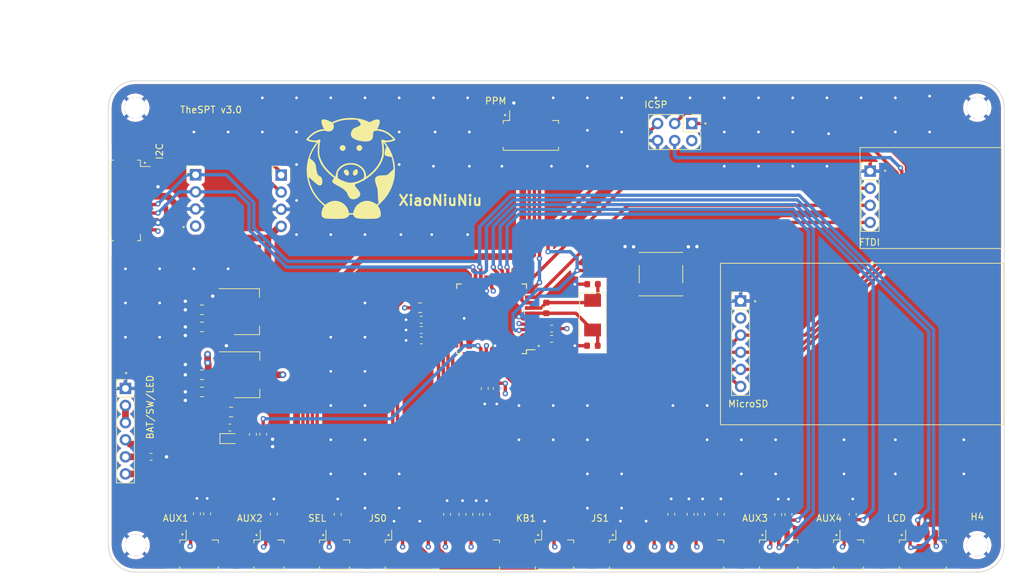
<source format=kicad_pcb>
(kicad_pcb (version 20211014) (generator pcbnew)
  (title_block (title "TheSPT") (rev "V3.0"))
  (layers (0 "F.Cu" mixed) (1 "In1.Cu" power "5V") (2 "In2.Cu" power "GND") (31 "B.Cu" mixed) (34 "B.Paste" user) (35 "F.Paste" user) (36 "B.SilkS" user "B.Silkscreen") (37 "F.SilkS" user "F.Silkscreen") (38 "B.Mask" user) (39 "F.Mask" user) (44 "Edge.Cuts" user))
  (net 0 "")
  (net 1 "GND")
  (net 2 "XTAL1")
  (net 3 "+5VA")
  (net 4 "XTAL2")
  (net 5 "+5V")
  (net 6 "Net-(C6-Pad1)")
  (net 7 "+3V3")
  (net 8 "Net-(C11-Pad1)")
  (net 9 "RESET")
  (net 10 "VCC")
  (net 11 "Net-(D1-Pad1)")
  (net 12 "Net-(F1-Pad2)")
  (net 13 "SEL")
  (net 14 "Net-(J2-Pad5)")
  (net 15 "Net-(J2-Pad2)")
  (net 16 "AUX3a")
  (net 17 "AUX3b")
  (net 18 "KB1")
  (net 19 "AUX4")
  (net 20 "SS")
  (net 21 "SCK")
  (net 22 "MOSI")
  (net 23 "MISO")
  (net 24 "RX1")
  (net 25 "TX1")
  (net 26 "PPM")
  (net 27 "TRY0b")
  (net 28 "TRY0a")
  (net 29 "TRX0b")
  (net 30 "TRX0a")
  (net 31 "JSY0")
  (net 32 "JSX0")
  (net 33 "SDA")
  (net 34 "SCL")
  (net 35 "TX0")
  (net 36 "RX0")
  (net 37 "TRY1b")
  (net 38 "TRY1a")
  (net 39 "TRX1b")
  (net 40 "TRX1a")
  (net 41 "JSY1")
  (net 42 "JSX1")
  (net 43 "/XCL")
  (net 44 "/XDA")
  (net 45 "BAT")
  (net 46 "AUX2")
  (net 47 "AUX1b")
  (net 48 "AUX1a")
  (net 49 "/DTR")
  (footprint "Connector_Molex:Molex_PicoBlade_53261-0471_1x04-1MP_P1.25mm_Horizontal" (layer "F.Cu") (at 170.904 119.935)
    (fp_text reference "J11")
    (fp_text value "LCD")
  )
  (footprint "Capacitor_SMD:C_0805_2012Metric" (layer "F.Cu") (at 63.8915 96.228 180)
    (fp_text reference "C6")
    (fp_text value "10uF")
  )
  (footprint "Capacitor_SMD:C_0603_1608Metric" (layer "F.Cu") (at 105.88 95.73275 -90)
    (fp_text reference "C8")
    (fp_text value "100nF")
  )
  (footprint "Inductor_SMD:L_0805_2012Metric" (layer "F.Cu") (at 68.221147 99.228921 180)
    (fp_text reference "FB2")
    (fp_text value "100 @ 100MHz")
  )
  (footprint "Connector_Molex:Molex_PicoBlade_53261-0271_1x02-1MP_P1.25mm_Horizontal" (layer "F.Cu") (at 73.841 119.935)
    (fp_text reference "J1")
    (fp_text value "AUX2")
  )
  (footprint "Connector_Molex:Molex_PicoBlade_53261-0271_1x02-1MP_P1.25mm_Horizontal" (layer "F.Cu") (at 83.59 119.935)
    (fp_text reference "J3")
    (fp_text value "SEL")
  )
  (footprint "Resistor_SMD:R_0603_1608Metric" (layer "F.Cu") (at 149.445 114.45675 90)
    (fp_text reference "R11")
    (fp_text value "10K")
  )
  (footprint "Connector_PinHeader_2.54mm:PinHeader_1x06_P2.54mm_Vertical" (layer "F.Cu") (at 52.54 95.72)
    (fp_text reference "J2")
    (fp_text value "BAT/SW/LED")
  )
  (footprint "Resistor_SMD:R_0603_1608Metric" (layer "F.Cu") (at 140.932 114.41675 90)
    (fp_text reference "R17")
    (fp_text value "10K")
  )
  (footprint "MountingHole:MountingHole_3.2mm_M3" (layer "F.Cu") (at 179 54)
    (fp_text reference "H2")
    (fp_text value "MountingHole_Pad")
  )
  (footprint "Resistor_SMD:R_0603_1608Metric" (layer "F.Cu") (at 84.055 114.427 90)
    (fp_text reference "R4")
    (fp_text value "10K")
  )
  (footprint "Logic_LevelTranslator:FC-111" (layer "F.Cu") (at 69.304 67.78)
    (fp_text reference "U4")
    (fp_text value "FC-111")
  )
  (footprint "Capacitor_SMD:C_0603_1608Metric" (layer "F.Cu") (at 107.658 95.73275 -90)
    (fp_text reference "C5")
    (fp_text value "10uF")
  )
  (footprint "Resistor_SMD:R_0603_1608Metric" (layer "F.Cu") (at 115.024 83.7565 -90)
    (fp_text reference "R3")
    (fp_text value "1M")
  )
  (footprint "Resistor_SMD:R_0603_1608Metric" (layer "F.Cu") (at 138.006014 114.41675 90)
    (fp_text reference "R18")
    (fp_text value "10K")
  )
  (footprint "Resistor_SMD:R_0603_1608Metric" (layer "F.Cu") (at 150.969 114.45675 90)
    (fp_text reference "R10")
    (fp_text value "10K")
  )
  (footprint "MountingHole:MountingHole_3.2mm_M3" (layer "F.Cu") (at 54.064 119)
    (fp_text reference "H3")
    (fp_text value "MountingHole_Pad")
  )
  (footprint "Capacitor_SMD:C_0603_1608Metric" (layer "F.Cu") (at 96.4565 88.582 180)
    (fp_text reference "C11")
    (fp_text value "100nF")
  )
  (footprint "Resistor_SMD:R_0603_1608Metric" (layer "F.Cu") (at 104.61 114.427 90)
    (fp_text reference "R14")
    (fp_text value "10K")
  )
  (footprint "Connector_Molex:Molex_PicoBlade_53261-1271_1x12-1MP_P1.25mm_Horizontal" (layer "F.Cu") (at 132.877 119.935)
    (fp_text reference "J14")
    (fp_text value "JS1")
  )
  (footprint "Capacitor_SMD:C_0805_2012Metric" (layer "F.Cu") (at 63.8915 93.688 180)
    (fp_text reference "C9")
    (fp_text value "22uF")
  )
  (footprint "Resistor_SMD:R_0603_1608Metric" (layer "F.Cu") (at 71.463772 102.544796 90)
    (fp_text reference "R8")
    (fp_text value "180K")
  )
  (footprint "Resistor_SMD:R_0603_1608Metric" (layer "F.Cu") (at 102.578 114.427 90)
    (fp_text reference "R15")
    (fp_text value "10K")
  )
  (footprint "Resistor_SMD:R_0603_1608Metric" (layer "F.Cu") (at 136.437401 114.419916 90)
    (fp_text reference "R19")
    (fp_text value "10K")
  )
  (footprint "Crystal:Crystal_SMD_0603-2Pin_6.0x3.5mm" (layer "F.Cu") (at 121.886 84.834 -90)
    (fp_text reference "Y1")
    (fp_text value "16MHz")
  )
  (footprint "Resistor_SMD:R_0603_1608Metric" (layer "F.Cu") (at 72.987772 102.519296 -90)
    (fp_text reference "R9")
    (fp_text value "100K")
  )
  (footprint "Package_TO_SOT_SMD:SOT-223-3_TabPin2" (layer "F.Cu") (at 70.574 93.688)
    (fp_text reference "U1")
    (fp_text value "AMS1117-5.0")
  )
  (footprint "Connector_PinHeader_2.54mm:PinHeader_2x03_P2.54mm_Vertical" (layer "F.Cu") (at 136.614 56.35 -90)
    (fp_text reference "J13")
    (fp_text value "ICSP")
  )
  (footprint "Resistor_SMD:R_0603_1608Metric" (layer "F.Cu") (at 63.148 114.342 90)
    (fp_text reference "R7")
    (fp_text value "10K")
  )
  (footprint "Connector_Molex:Molex_PicoBlade_53261-0371_1x03-1MP_P1.25mm_Horizontal" (layer "F.Cu") (at 63.462 119.935)
    (fp_text reference "J4")
    (fp_text value "AUX1")
  )
  (footprint "Resistor_SMD:R_0603_1608Metric" (layer "F.Cu") (at 100.292 114.427 90)
    (fp_text reference "R16")
    (fp_text value "10K")
  )
  (footprint "Package_TO_SOT_SMD:SOT-223-3_TabPin2" (layer "F.Cu") (at 70.5255 84.304)
    (fp_text reference "U2")
    (fp_text value "AMS1117-3.3")
  )
  (footprint "Connector_Molex:Molex_PicoBlade_53261-0271_1x02-1MP_P1.25mm_Horizontal" (layer "F.Cu") (at 159.895 119.935)
    (fp_text reference "J7")
    (fp_text value "AUX4")
  )
  (footprint "Resistor_SMD:R_0603_1608Metric" (layer "F.Cu") (at 56.35 105.88)
    (fp_text reference "R2")
    (fp_text value "220")
  )
  (footprint "Fuse:Fuse_0603_1608Metric" (layer "F.Cu") (at 68.040647 101.521921)
    (fp_text reference "F1")
    (fp_text value "500mA")
  )
  (footprint "Diode_SMD:D_0603_1608Metric" (layer "F.Cu") (at 68.040647 103.172921)
    (fp_text reference "D1")
    (fp_text value "B5819W")
  )
  (footprint "Connector_PinHeader_2.54mm:PinHeader_1x04_P2.54mm_Vertical" (layer "F.Cu") (at 163.09 63.43)
    (fp_text reference "J12")
    (fp_text value "FTDI")
  )
  (footprint "Resistor_SMD:R_0603_1608Metric" (layer "F.Cu") (at 64.672 114.342 90)
    (fp_text reference "R6")
    (fp_text value "10K")
  )
  (footprint "Inductor_SMD:L_0805_2012Metric" (layer "F.Cu") (at 96.2805 83.73)
    (fp_text reference "FB1")
    (fp_text value "100 @ 100MHz")
  )
  (footprint "Capacitor_SMD:C_0603_1608Metric" (layer "F.Cu") (at 96.4565 87.032 180)
    (fp_text reference "C4")
    (fp_text value "10nF")
  )
  (footprint "MountingHole:MountingHole_3.2mm_M3" (layer "F.Cu") (at 54 54)
    (fp_text reference "H1")
    (fp_text value "MountingHole_Pad")
  )
  (footprint "Connector_PinHeader_2.54mm:PinHeader_1x06_P2.54mm_Vertical" (layer "F.Cu") (at 143.86 82.72)
    (fp_text reference "J8")
    (fp_text value "MicroSD")
  )
  (footprint "Resistor_SMD:R_0603_1608Metric" (layer "F.Cu") (at 115.8115 86.83 180)
    (fp_text reference "R5")
    (fp_text value "10K")
  )
  (footprint "Resistor_SMD:R_0603_1608Metric" (layer "F.Cu") (at 160.513 114.427 90)
    (fp_text reference "R12")
    (fp_text value "10K")
  )
  (footprint "Capacitor_SMD:C_0603_1608Metric" (layer "F.Cu") (at 115.8115 88.354 180)
    (fp_text reference "C12")
    (fp_text value "100nF")
  )
  (footprint "Connector_Molex:Molex_PicoBlade_53261-0371_1x03-1MP_P1.25mm_Horizontal" (layer "F.Cu") (at 116.238 119.935)
    (fp_text reference "J6")
    (fp_text value "KB1")
  )
  (footprint "Logos:SmallCow" (layer "F.Cu") (at 86 63)
    (fp_text reference "XiaoNiuNiu")
    (fp_text value "LOGO" hide)
  )
  (footprint "MountingHole:MountingHole_3.2mm_M3" (layer "F.Cu") (at 179 119)
    (fp_text reference "H4")
    (fp_text value "MountingHole_Pad")
  )
  (footprint "Connector_Molex:Molex_PicoBlade_53261-0371_1x03-1MP_P1.25mm_Horizontal" (layer "F.Cu") (at 149.516 119.935)
    (fp_text reference "J5")
    (fp_text value "AUX3")
  )
  (footprint "Package_QFP:TQFP-44_10x10mm_P0.8mm" (layer "F.Cu") (at 106.896 85.37 180)
    (fp_text reference "U3")
    (fp_text value "ATmega1284P-AU")
  )
  (footprint "Capacitor_SMD:C_0603_1608Metric" (layer "F.Cu") (at 121.882 80.226 180)
    (fp_text reference "C1")
    (fp_text value "22pF")
  )
  (footprint "Connector_Molex:Molex_PicoBlade_53261-0871_1x08-1MP_P1.25mm_Horizontal" (layer "F.Cu") (at 53.048 67.78 -90)
    (fp_text reference "J15")
    (fp_text value "I2C")
  )
  (footprint "Capacitor_SMD:C_0805_2012Metric" (layer "F.Cu") (at 63.8915 86.569 180)
    (fp_text reference "C7")
    (fp_text value "10uF")
  )
  (footprint "Resistor_SMD:R_0603_1608Metric" (layer "F.Cu") (at 74.567 114.4015 90)
    (fp_text reference "R1")
    (fp_text value "10K")
  )
  (footprint "Resistor_SMD:R_0603_1608Metric" (layer "F.Cu") (at 106.134 114.427 90)
    (fp_text reference "R13")
    (fp_text value "10K")
  )
  (footprint "Connector_Molex:Molex_PicoBlade_53261-1271_1x12-1MP_P1.25mm_Horizontal" (layer "F.Cu") (at 99.599 119.935)
    (fp_text reference "J10")
    (fp_text value "JS0")
  )
  (footprint "Capacitor_SMD:C_0603_1608Metric" (layer "F.Cu") (at 121.8565 89.37 180)
    (fp_text reference "C3")
    (fp_text value "22pF")
  )
  (footprint "Connector_Molex:Molex_PicoBlade_53261-0571_1x05-1MP_P1.25mm_Horizontal" (layer "F.Cu") (at 112.738 57.62)
    (fp_text reference "J9")
    (fp_text value "PPM")
  )
  (footprint "Resistor_SMD:R_0603_1608Metric" (layer "F.Cu") (at 133.566 114.41675 90)
    (fp_text reference "R20")
    (fp_text value "10K")
  )
  (footprint "Capacitor_SMD:C_0603_1608Metric" (layer "F.Cu") (at 96.4565 85.508 180)
    (fp_text reference "C2")
    (fp_text value "100nF")
  )
  (footprint "Capacitor_SMD:C_0805_2012Metric" (layer "F.Cu") (at 63.8915 84.029 180)
    (fp_text reference "C10")
    (fp_text value "22uF")
  )
  (footprint "Button_Switch_SMD:SW_SPST_PTS645" (layer "F.Cu") (at 132.042 78.738 180)
    (fp_text reference "SW1")
    (fp_text value "SW_Push")
  )
  (gr_circle (center 138.646 56.35) (end 138.746 56.35) (layer "F.SilkS") (width 0.12) (fill none))
  (gr_circle (center 124.9 117.5) (end 125 117.5) (layer "F.SilkS") (width 0.12) (fill none))
  (gr_line (start 140.88 77.12) (end 140.88 101.12) (layer "F.SilkS") (width 0.12))
  (gr_circle (center 72 117.5) (end 72.1 117.5) (layer "F.SilkS") (width 0.12) (fill none))
  (gr_circle (center 113.8 117.5) (end 113.9 117.5) (layer "F.SilkS") (width 0.12) (fill none))
  (gr_line (start 161.59 59.93) (end 161.59 74.93) (layer "F.SilkS") (width 0.12))
  (gr_circle (center 167.8 117.5) (end 167.9 117.5) (layer "F.SilkS") (width 0.12) (fill none))
  (gr_line (start 182.59 59.93) (end 161.59 59.93) (layer "F.SilkS") (width 0.12))
  (gr_circle (center 146.012 82.766) (end 146.112 82.766) (layer "F.SilkS") (width 0.12) (fill none))
  (gr_circle (center 61 117.4) (end 61.1 117.4) (layer "F.SilkS") (width 0.12) (fill none))
  (gr_line (start 182.88 101.12) (end 182.88 77.12) (layer "F.SilkS") (width 0.12))
  (gr_circle (center 61.176 71.744) (end 61.276 71.744) (layer "F.SilkS") (width 0.12) (fill none))
  (gr_line (start 182.88 77.12) (end 140.88 77.12) (layer "F.SilkS") (width 0.12))
  (gr_circle (center 108.9 55.1) (end 109 55.1) (layer "F.SilkS") (width 0.12) (fill none))
  (gr_circle (center 147.1 117.5) (end 147.2 117.5) (layer "F.SilkS") (width 0.12) (fill none))
  (gr_line (start 161.59 74.93) (end 182.59 74.93) (layer "F.SilkS") (width 0.12))
  (gr_circle (center 113.9 89.4) (end 114 89.4) (layer "F.SilkS") (width 0.12) (fill none))
  (gr_circle (center 81.9 117.5) (end 82 117.5) (layer "F.SilkS") (width 0.12) (fill none))
  (gr_circle (center 165.316 63.362) (end 165.416 63.362) (layer "F.SilkS") (width 0.12) (fill none))
  (gr_line (start 140.88 101.12) (end 182.88 101.12) (layer "F.SilkS") (width 0.12))
  (gr_circle (center 52.64 93.434) (end 52.74 93.434) (layer "F.SilkS") (width 0.12) (fill none))
  (gr_circle (center 158.1 117.5) (end 158.2 117.5) (layer "F.SilkS") (width 0.12) (fill none))
  (gr_line (start 182.59 74.93) (end 182.59 59.93) (layer "F.SilkS") (width 0.12))
  (gr_circle (center 91.6 117.5) (end 91.7 117.5) (layer "F.SilkS") (width 0.12) (fill none))
  (gr_circle (center 55.434 62.192) (end 55.534 62.192) (layer "F.SilkS") (width 0.12) (fill none))
  (gr_line (start 54 50) (end 179 50) (layer "Edge.Cuts") (width 0.1))
  (gr_arc (start 183 119) (mid 181.828427 121.828427) (end 179 123) (layer "Edge.Cuts") (width 0.12))
  (gr_line (start 183 54) (end 183 119) (layer "Edge.Cuts") (width 0.1))
  (gr_arc (start 179 50) (mid 181.828427 51.171573) (end 183 54) (layer "Edge.Cuts") (width 0.12))
  (gr_line (start 179 123) (end 54 123) (layer "Edge.Cuts") (width 0.1))
  (gr_arc (start 50 54) (mid 51.171573 51.171573) (end 54 50) (layer "Edge.Cuts") (width 0.12))
  (gr_line (start 50 54) (end 50 119) (layer "Edge.Cuts") (width 0.1))
  (gr_arc (start 54 123) (mid 51.171573 121.828427) (end 50 119) (layer "Edge.Cuts") (width 0.12))
  (gr_text "TheSPT v3.0" (at 65.24 54.318) (layer "F.SilkS") (effects (font (size 1 1))))
  (segment (start 55.448 70.905) (end 57.189 70.905) (width 1) (layer "F.Cu") (net 1))
  (segment (start 136.022 75.992) (end 137.376 74.638) (width 1) (layer "F.Cu") (net 1))
  (segment (start 119.274 80.226) (end 119.25 80.25) (width 0.5) (layer "F.Cu") (net 1))
  (segment (start 111.520002 85.37) (end 111.202002 85.052) (width 0.5) (layer "F.Cu") (net 1))
  (segment (start 61.43 86.576) (end 62.947 86.576) (width 1) (layer "F.Cu") (net 1))
  (segment (start 136.106 74.674) (end 136.106 74.638) (width 1) (layer "F.Cu") (net 1))
  (segment (start 62.954 84.029) (end 62.693 84.029) (width 1) (layer "F.Cu") (net 1))
  (segment (start 128.062 74.758) (end 127.978 74.674) (width 0.5) (layer "F.Cu") (net 1))
  (segment (start 62.954 93.688) (end 61.43 92.164) (width 1) (layer "F.Cu") (net 1))
  (segment (start 95.669 88.582) (end 94.196 88.582) (width 1) (layer "F.Cu") (net 1))
  (segment (start 136.07 74.638) (end 136.106 74.674) (width 1) (layer "F.Cu") (net 1))
  (segment (start 114.912 117.535) (end 114.912 115.605) (width 0.5) (layer "F.Cu") (net 1))
  (segment (start 128.062 75.992) (end 126.708 74.638) (width 1) (layer "F.Cu") (net 1))
  (segment (start 129.784 115.48675) (end 129.838 115.43275) (width 0.5) (layer "F.Cu") (net 1))
  (segment (start 102.768 85.37) (end 102.832 85.306) (width 0.5) (layer "F.Cu") (net 1))
  (segment (start 150.969 112.17075) (end 150.969 113.66925) (width 0.5) (layer "F.Cu") (net 1))
  (segment (start 74.34575 103.306796) (end 74.384 103.268546) (width 1) (layer "F.Cu") (net 1))
  (segment (start 106.096 81.204) (end 106.134 81.242) (width 0.5) (layer "F.Cu") (net 1))
  (segment (start 104.61 112.395) (end 104.61 113.6395) (width 0.5) (layer "F.Cu") (net 1))
  (segment (start 128.062 76.488) (end 128.062 74.758) (width 1) (layer "F.Cu") (net 1))
  (segment (start 100.292 112.395) (end 100.292 113.6395) (width 0.5) (layer "F.Cu") (net 1))
  (segment (start 62.707 86.569) (end 61.43 87.846) (width 1) (layer "F.Cu") (net 1))
  (segment (start 106.896 89.878) (end 107.404 89.37) (width 0.5) (layer "F.Cu") (net 1))
  (segment (start 101.196 85.37) (end 102.768 85.37) (width 0.5) (layer "F.Cu") (net 1))
  (segment (start 129.784 117.52475) (end 129.784 115.48675) (width 0.5) (layer "F.Cu") (net 1))
  (segment (start 67.526 89.37) (end 67.526 91.286) (width 1) (layer "F.Cu") (net 1))
  (segment (start 110.96 85.052) (end 110.394315 85.052) (width 0.5) (layer "F.Cu") (net 1))
  (segment (start 62.954 86.569) (end 62.707 86.569) (width 1) (layer "F.Cu") (net 1))
  (segment (start 106.096 79.67) (end 106.096 81.204) (width 0.5) (layer "F.Cu") (net 1))
  (segment (start 136.022 76.488) (end 136.022 75.992) (width 1) (layer "F.Cu") (net 1))
  (segment (start 126.034 117.52475) (end 126.034 115.43875) (width 0.5) (layer "F.Cu") (net 1))
  (segment (start 62.954 96.228) (end 62.7 96.228) (width 1) (layer "F.Cu") (net 1))
  (segment (start 110.238 55.22) (end 110.238 53.342) (width 1) (layer "F.Cu") (net 1))
  (segment (start 57.366 65.748) (end 57.269 65.905) (width 1) (layer "F.Cu") (net 1))
  (segment (start 160.513 113.6395) (end 160.513 112.141) (width 0.5) (layer "F.Cu") (net 1))
  (segment (start 63.148 113.5545) (end 63.148 112.056) (width 0.5) (layer "F.Cu") (net 1))
  (segment (start 140.932 113.62925) (end 140.932 112.13075) (width 0.5) (layer "F.Cu") (net 1))
  (segment (start 106.896 91.07) (end 106.896 89.878) (width 0.5) (layer "F.Cu") (net 1))
  (segment (start 128.062 76.488) (end 128.062 76.246) (width 1) (layer "F.Cu") (net 1))
  (segment (start 171.529 115.482) (end 171.653 115.358) (width 0.5) (layer "F.Cu") (net 1))
  (segment (start 107.404 88.042315) (end 107.404 89.37) (width 0.5) (layer "F.Cu") (net 1))
  (segment (start 133.566 112.13075) (end 133.566 113.62925) (width 0.5) (layer "F.Cu") (net 1))
  (segment (start 102.578 112.395) (end 102.578 113.6395) (width 0.5) (layer "F.Cu") (net 1))
  (segment (start 126.034 115.43875) (end 126.028 115.43275) (width 0.5) (layer "F.Cu") (net 1))
  (segment (start 61.43 84.036) (end 62.947 84.036) (width 1) (layer "F.Cu") (net 1))
  (segment (start 92.522 115.547) (end 92.418 115.443) (width 0.5) (layer "F.Cu") (net 1))
  (segment (start 138.22 112.13075) (end 138.22 113.415264) (width 0.5) (layer "F.Cu") (net 1))
  (segment (start 74.567 113.614) (end 74.567 112.141) (width 0.5) (layer "F.Cu") (net 1))
  (segment (start 57.1375 105.88) (end 58.636 105.88) (width 1) (layer "F.Cu") (net 1))
  (segment (start 112.596 85.37) (end 111.520002 85.37) (width 0.5) (layer "F.Cu") (net 1))
  (segment (start 62.7 96.228) (end 61.43 97.498) (width 1) (layer "F.Cu") (net 1))
  (segment (start 92.522 117.535) (end 92.522 115.547) (width 0.5) (layer "F.Cu") (net 1))
  (segment (start 73.334796 103.306796) (end 74.384 104.356) (width 1) (layer "F.Cu") (net 1))
  (segment (start 171.529 117.45) (end 171.529 115.482) (width 0.5) (layer "F.Cu") (net 1))
  (segment (start 62.954 96.228) (end 61.43 96.228) (width 1) (layer "F.Cu") (net 1))
  (segment (start 62.693 84.029) (end 61.43 82.766) (width 1) (layer "F.Cu") (net 1))
  (segment (start 111.202002 85.052) (end 110.96 85.052) (width 0.5) (layer "F.Cu") (net 1))
  (segment (start 136.022 74.758) (end 136.106 74.674) (width 0.5) (layer "F.Cu") (net 1))
  (segment (start 95.669 85.508) (end 94.196 85.508) (width 1) (layer "F.Cu") (net 1))
  (segment (start 136.188 112.13075) (end 136.188 113.383015) (width 0.5) (layer "F.Cu") (net 1))
  (segment (start 110.238 53.342) (end 110.198 53.302) (width 0.5) (layer "F.Cu") (net 1))
  (segment (start 127.978 74.674) (end 127.978 74.638) (width 1) (layer "F.Cu") (net 1))
  (segment (start 121.069 89.37) (end 119.25 89.37) (width 0.5) (layer "F.Cu") (net 1))
  (segment (start 84.055 113.6395) (end 84.055 112.141) (width 0.5) (layer "F.Cu") (net 1))
  (segment (start 128.062 76.488) (end 128.062 75.992) (width 1) (layer "F.Cu") (net 1))
  (segment (start 95.669 87.032) (end 94.196 87.032) (width 1) (layer "F.Cu") (net 1))
  (segment (start 106.134 112.395) (end 106.134 113.6395) (width 0.5) (layer "F.Cu") (net 1))
  (segment (start 63.148 113.5545) (end 64.672 113.5545) (width 0.5) (layer "F.Cu") (net 1))
  (segment (start 105.88 98.01875) (end 105.88 96.52025) (width 1) (layer "F.Cu") (net 1))
  (segment (start 96.228 115.443) (end 96.228 117.491) (width 0.5) (layer "F.Cu") (net 1))
  (segment (start 114.912 115.605) (end 114.75 115.443) (width 0.5) (layer "F.Cu") (net 1))
  (segment (start 121.0945 80.226) (end 119.274 80.226) (width 0.5) (layer "F.Cu") (net 1))
  (segment (start 61.43 93.688) (end 62.954 93.688) (width 1) (layer "F.Cu") (net 1))
  (segment (start 107.658 96.52025) (end 105.88 96.52025) (width 0.5) (layer "F.Cu") (net 1))
  (segment (start 65.494 82.004) (end 67.3755 82.004) (width 1) (layer "F.Cu") (net 1))
  (segment (start 149.445 113.66925) (end 149.445 112.17075) (width 0.5) (layer "F.Cu") (net 1))
  (segment (start 72.987772 103.306796) (end 73.334796 103.306796) (width 1) (layer "F.Cu") (net 1))
  (segment (start 72.987772 103.306796) (end 74.34575 103.306796) (width 1) (layer "F.Cu") (net 1))
  (segment (start 107.658 98.01875) (end 107.658 96.52025) (width 1) (layer "F.Cu") (net 1))
  (segment (start 64.672 113.5545) (end 64.672 112.056) (width 0.5) (layer "F.Cu") (net 1))
  (segment (start 57.269 65.905) (end 55.448 65.905) (width 1) (layer "F.Cu") (net 1))
  (segment (start 57.189 70.905) (end 57.366 71.082) (width 1) (layer "F.Cu") (net 1))
  (segment (start 136.022 76.488) (end 136.022 74.758) (width 1) (layer "F.Cu") (net 1))
  (segment (start 110.394315 85.052) (end 107.404 88.042315) (width 0.5) (layer "F.Cu") (net 1))
  (via (at 131.28 52.54) (size 0.8) (drill 0.4) (layers "F.Cu" "B.Cu") (net 1))
  (via (at 103.594 57.62) (size 0.8) (drill 0.4) (layers "F.Cu" "B.Cu") (net 1))
  (via (at 126.028 115.43275) (size 0.8) (drill 0.4) (layers "F.Cu" "B.Cu") (net 1))
  (via (at 61.43 84.036) (size 1) (drill 0.5) (layers "F.Cu" "B.Cu") (net 1))
  (via (at 65.494 82.004) (size 1) (drill 0.5) (layers "F.Cu" "B.Cu") (net 1))
  (via (at 166.84 108.42) (size 0.8) (drill 0.4) (layers "F.Cu" "B.Cu") (net 1))
  (via (at 72.86 52.54) (size 0.8) (drill 0.4) (layers "F.Cu" "B.Cu") (net 1))
  (via (at 77.94 67.78) (size 0.8) (drill 0.4) (layers "F.Cu" "B.Cu") (net 1))
  (via (at 61.43 93.688) (size 1) (drill 0.5) (layers "F.Cu" "B.Cu") (net 1))
  (via (at 83.02 108.42) (size 0.8) (drill 0.4) (layers "F.Cu" "B.Cu") (net 1))
  (via (at 77.94 72.86) (size 0.8) (drill 0.4) (layers "F.Cu" "B.Cu") (net 1))
  (via (at 58.636 105.88) (size 1) (drill 0.5) (layers "F.Cu" "B.Cu") (net 1))
  (via (at 143.98 108.42) (size 0.8) (drill 0.4) (layers "F.Cu" "B.Cu") (net 1))
  (via (at 177 108.42) (size 0.8) (drill 0.4) (layers "F.Cu" "B.Cu") (net 1))
  (via (at 141.44 52.54) (size 0.8) (drill 0.4) (layers "F.Cu" "B.Cu") (net 1))
  (via (at 88.1 93.18) (size 0.8) (drill 0.4) (layers "F.Cu" "B.Cu") (net 1))
  (via (at 156.934 57.874) (size 0.8) (drill 0.4) (layers "F.Cu" "B.Cu") (net 1))
  (via (at 116.04 52.54) (size 0.8) (drill 0.4) (layers "F.Cu" "B.Cu") (net 1))
  (via (at 88.1 98.26) (size 0.8) (drill 0.4) (layers "F.Cu" "B.Cu") (net 1))
  (via (at 138.9 98.26) (size 0.8) (drill 0.4) (layers "F.Cu" "B.Cu") (net 1))
  (via (at 93.18 62.446) (size 0.8) (drill 0.4) (layers "F.Cu" "B.Cu") (net 1))
  (via (at 105.88 98.01875) (size 0.8) (drill 0.4) (layers "F.Cu" "B.Cu") (net 1))
  (via (at 166.84 52.54) (size 0.8) (drill 0.4) (layers "F.Cu" "B.Cu") (net 1))
  (via (at 110.96 98.26) (size 0.8) (drill 0.4) (layers "F.Cu" "B.Cu") (net 1))
  (via (at 88.1 103.34) (size 0.8) (drill 0.4) (layers "F.Cu" "B.Cu") (net 1))
  (via (at 160.513 112.141) (size 0.8) (drill 0.4) (layers "F.Cu" "B.Cu") (net 1))
  (via (at 110.96 103.34) (size 0.8) (drill 0.4) (layers "F.Cu" "B.Cu") (net 1))
  (via (at 171.92 57.62) (size 0.8) (drill 0.4) (layers "F.Cu" "B.Cu") (net 1))
  (via (at 126.2 52.54) (size 0.8) (drill 0.4) (layers "F.Cu" "B.Cu") (net 1))
  (via (at 106.134 112.395) (size 0.8) (drill 0.4) (layers "F.Cu" "B.Cu") (net 1))
  (via (at 67.78 57.62) (size 0.8) (drill 0.4) (layers "F.Cu" "B.Cu") (net 1))
  (via (at 121.12 57.366) (size 0.8) (drill 0.4) (layers "F.Cu" "B.Cu") (net 1))
  (via (at 83.02 52.54) (size 0.8) (drill 0.4) (layers "F.Cu" "B.Cu") (net 1))
  (via (at 108.42 62.7) (size 0.8) (drill 0.4) (layers "F.Cu" "B.Cu") (net 1))
  (via (at 107.658 98.01875) (size 0.8) (drill 0.4) (layers "F.Cu" "B.Cu") (net 1))
  (via (at 94.196 88.582) (size 0.8) (drill 0.4) (layers "F.Cu" "B.Cu") (net 1))
  (via (at 52.54 77.94) (size 0.8) (drill 0.4) (layers "F.Cu" "B.Cu") (net 1))
  (via (at 138.9 103.34) (size 0.8) (drill 0.4) (layers "F.Cu" "B.Cu") (net 1))
  (via (at 146.52 57.62) (size 0.8) (drill 0.4) (layers "F.Cu" "B.Cu") (net 1))
  (via (at 143.98 103.34) (size 0.8) (drill 0.4) (layers "F.Cu" "B.Cu") (net 1))
  (via (at 61.43 87.846) (size 1) (drill 0.5) (layers "F.Cu" "B.Cu") (net 1))
  (via (at 121.12 98.26) (size 0.8) (drill 0.4) (layers "F.Cu" "B.Cu") (net 1))
  (via (at 121.12 52.54) (size 0.8) (drill 0.4) (layers "F.Cu" "B.Cu") (net 1))
  (via (at 103.34 52.54) (size 0.8) (drill 0.4) (layers "F.Cu" "B.Cu") (net 1))
  (via (at 88.1 108.42) (size 0.8) (drill 0.4) (layers "F.Cu" "B.Cu") (net 1))
  (via (at 96.228 115.443) (size 0.8) (drill 0.4) (layers "F.Cu" "B.Cu") (net 1))
  (via (at 94.196 85.508) (size 0.8) (drill 0.4) (layers "F.Cu" "B.Cu") (net 1))
  (via (at 61.43 97.498) (size 1) (drill 0.5) (layers "F.Cu" "B.Cu") (net 1))
  (via (at 121.12 113.5) (size 0.8) (drill 0.4) (layers "F.Cu" "B.Cu") (net 1))
  (via (at 171.92 52.286) (size 0.8) (drill 0.4) (layers "F.Cu" "B.Cu") (net 1))
  (via (at 149.445 112.17075) (size 0.8) (drill 0.4) (layers "F.Cu" "B.Cu") (net 1))
  (via (at 52.54 88.1) (size 0.8) (drill 0.4) (layers "F.Cu" "B.Cu") (net 1))
  (via (at 102.832 85.306) (size 0.8) (drill 0.4) (layers "F.Cu" "B.Cu") (net 1))
  (via (at 121.12 62.7) (size 0.8) (drill 0.4) (layers "F.Cu" "B.Cu") (net 1))
  (via (at 126.2 113.5) (size 0.8) (drill 0.4) (layers "F.Cu" "B.Cu") (net 1))
  (via (at 107.404 89.37) (size 0.8) (drill 0.4) (layers "F.Cu" "B.Cu") (net 1))
  (via (at 92.418 115.443) (size 0.8) (drill 0.4) (layers "F.Cu" "B.Cu") (net 1))
  (via (at 133.82 98.26) (size 0.8) (drill 0.4) (layers "F.Cu" "B.Cu") (net 1))
  (via (at 161.76 52.54) (size 0.8) (drill 0.4) (layers "F.Cu" "B.Cu") (net 1))
  (via (at 110.198 53.302) (size 1) (drill 0.5) (layers "F.Cu" "B.Cu") (net 1))
  (via (at 150.969 112.17075) (size 0.8) (drill 0.4) (layers "F.Cu" "B.Cu") (net 1))
  (via (at 52.54 83.02) (size 0.8) (drill 0.4) (layers "F.Cu" "B.Cu") (net 1))
  (via (at 149.06 103.34) (size 0.8) (drill 0.4) (layers "F.Cu" "B.Cu") (net 1))
  (via (at 77.94 62.446) (size 0.8) (drill 0.4) (layers "F.Cu" "B.Cu") (net 1))
  (via (at 83.02 88.1) (size 0.8) (drill 0.4) (layers "F.Cu" "B.Cu") (net 1))
  (via (at 127.978 74.674) (size 1) (drill 0.5) (layers "F.Cu" "B.Cu") (net 1))
  (via (at 61.43 82.766) (size 1) (drill 0.5) (layers "F.Cu" "B.Cu") (net 1))
  (via (at 57.62 88.1) (size 0.8) (drill 0.4) (layers "F.Cu" "B.Cu") (net 1))
  (via (at 121.12 103.34) (size 0.8) (drill 0.4) (layers "F.Cu" "B.Cu") (net 1))
  (via (at 171.653 115.358) (size 0.8) (drill 0.4) (layers "F.Cu" "B.Cu") (net 1))
  (via (at 156.68 62.7) (size 0.8) (drill 0.4) (layers "F.Cu" "B.Cu") (net 1))
  (via (at 62.7 57.62) (size 0.8) (drill 0.4) (layers "F.Cu" "B.Cu") (net 1))
  (via (at 88.1 113.5) (size 0.8) (drill 0.4) (layers "F.Cu" "B.Cu") (net 1))
  (via (at 93.18 108.42) (size 0.8) (drill 0.4) (layers "F.Cu" "B.Cu") (net 1))
  (via (at 77.94 52.54) (size 0.8) (drill 0.4) (layers "F.Cu" "B.Cu") (net 1))
  (via (at 119.25 89.37) (size 0.8) (drill 0.4) (layers "F.Cu" "B.Cu") (net 1))
  (via (at 141.44 62.7) (size 0.8) (drill 0.4) (layers "F.Cu" "B.Cu") (net 1))
  (via (at 166.84 103.34) (size 0.8) (drill 0.4) (layers "F.Cu" "B.Cu") (net 1))
  (via (at 74.384 103.268546) (size 1) (drill 0.5) (layers "F.Cu" "B.Cu") (net 1))
  (via (at 93.18 52.54) (size 0.8) (drill 0.4) (layers "F.Cu" "B.Cu") (net 1))
  (via (at 137.376 74.638) (size 1) (drill 0.5) (layers "F.Cu" "B.Cu") (net 1))
  (via (at 141.44 57.62) (size 0.8) (drill 0.4) (layers "F.Cu" "B.Cu") (net 1))
  (via (at 151.6 57.62) (size 0.8) (drill 0.4) (layers "F.Cu" "B.Cu") (net 1))
  (via (at 115.786 62.7) (size 0.8) (drill 0.4) (layers "F.Cu" "B.Cu") (net 1))
  (via (at 138.22 112.13075) (size 0.8) (drill 0.4) (layers "F.Cu" "B.Cu") (net 1))
  (via (at 159.22 103.34) (size 0.8) (drill 0.4) (layers "F.Cu" "B.Cu") (net 1))
  (via (at 61.43 92.164) (size 1) (drill 0.5) (layers "F.Cu" "B.Cu") (net 1))
  (via (at 149.06 108.42) (size 0.8) (drill 0.4) (layers "F.Cu" "B.Cu") (net 1))
  (via (at 57.62 77.94) (size 0.8) (drill 0.4) (layers "F.Cu" "B.Cu") (net 1))
  (via (at 116.04 103.34) (size 0.8) (drill 0.4) (layers "F.Cu" "B.Cu") (net 1))
  (via (at 57.62 83.02) (size 0.8) (drill 0.4) (layers "F.Cu" "B.Cu") (net 1))
  (via (at 126.2 57.62) (size 0.8) (drill 0.4) (layers "F.Cu" "B.Cu") (net 1))
  (via (at 98.26 52.54) (size 0.8) (drill 0.4) (layers "F.Cu" "B.Cu") (net 1))
  (via (at 57.366 71.082) (size 1) (drill 0.5) (layers "F.Cu" "B.Cu") (net 1))
  (via (at 93.434 72.86) (size 0.8) (drill 0.4) (layers "F.Cu" "B.Cu") (net 1))
  (via (at 104.61 112.395) (size 0.8) (drill 0.4) (layers "F.Cu" "B.Cu") (net 1))
  (via (at 77.94 57.62) (size 0.8) (drill 0.4) (layers "F.Cu" "B.Cu") (net 1))
  (via (at 126.708 74.638) (size 1) (drill 0.5) (layers "F.Cu" "B.Cu") (net 1))
  (via (at 177 103.34) (size 0.8) (drill 0.4) (layers "F.Cu" "B.Cu") (net 1))
  (via (at 136.188 112.13075) (size 0.8) (drill 0.4) (layers "F.Cu" "B.Cu") (net 1))
  (via (at 67.78 77.94) (size 0.8) (drill 0.4) (layers "F.Cu" "B.Cu") (net 1))
  (via (at 114.75 115.443) (size 0.8) (drill 0.4) (layers "F.Cu" "B.Cu") (net 1))
  (via (at 119.25 80.25) (size 0.8) (drill 0.4) (layers "F.Cu" "B.Cu") (net 1))
  (via (at 98.006 72.86) (size 0.8) (drill 0.4) (layers "F.Cu" "B.Cu") (net 1))
  (via (at 151.6 62.7) (size 0.8) (drill 0.4) (layers "F.Cu" "B.Cu") (net 1))
  (via (at 62.7 77.94) (size 0.8) (drill 0.4) (layers "F.Cu" "B.Cu") (net 1))
  (via (at 110.96 85.052) (size 0.8) (drill 0.4) (layers "F.Cu" "B.Cu") (net 1))
  (via (at 93.18 113.5) (size 0.8) (drill 0.4) (layers "F.Cu" "B.Cu") (net 1))
  (via (at 98.26 62.7) (size 0.8) (drill 0.4) (layers "F.Cu" "B.Cu") (net 1))
  (via (at 129.838 115.43275) (size 0.8) (drill 0.4) (layers "F.Cu" "B.Cu") (net 1))
  (via (at 116.04 98.26) (size 0.8) (drill 0.4) (layers "F.Cu" "B.Cu") (net 1))
  (via (at 83.02 93.18) (size 0.8) (drill 0.4) (layers "F.Cu" "B.Cu") (net 1))
  (via (at 126.2 108.42) (size 0.8) (drill 0.4) (layers "F.Cu" "B.Cu") (net 1))
  (via (at 98.514 57.62) (size 0.8) (drill 0.4) (layers "F.Cu" "B.Cu") (net 1))
  (via (at 103.34 72.86) (size 0.8) (drill 0.4) (layers "F.Cu" "B.Cu") (net 1))
  (via (at 102.578 112.395) (size 0.8) (drill 0.4) (layers "F.Cu" "B.Cu") (net 1))
  (via (at 100.292 112.395) (size 0.8) (drill 0.4) (layers "F.Cu" "B.Cu") (net 1))
  (via (at 84.055 112.141) (size 0.8) (drill 0.4) (layers "F.Cu" "B.Cu") (net 1))
  (via (at 121.12 108.42) (size 0.8) (drill 0.4) (layers "F.Cu" "B.Cu") (net 1))
  (via (at 159.22 108.42) (size 0.8) (drill 0.4) (layers "F.Cu" "B.Cu") (net 1))
  (via (at 64.672 112.056) (size 0.8) (drill 0.4) (layers "F.Cu" "B.Cu") (net 1))
  (via (at 67.526 89.37) (size 1) (drill 0.5) (layers "F.Cu" "B.Cu") (net 1))
  (via (at 83.02 72.86) (size 0.8) (drill 0.4) (layers "F.Cu" "B.Cu") (net 1))
  (via (at 136.106 74.674) (size 1) (drill 0.5) (layers "F.Cu" "B.Cu") (net 1))
  (via (at 146.52 62.7) (size 0.8) (drill 0.4) (layers "F.Cu" "B.Cu") (net 1))
  (via (at 94.196 87.032) (size 0.8) (drill 0.4) (layers "F.Cu" "B.Cu") (net 1))
  (via (at 83.02 98.26) (size 0.8) (drill 0.4) (layers "F.Cu" "B.Cu") (net 1))
  (via (at 57.366 65.748) (size 1) (drill 0.5) (layers "F.Cu" "B.Cu") (net 1))
  (via (at 140.932 112.13075) (size 0.8) (drill 0.4) (layers "F.Cu" "B.Cu") (net 1))
  (via (at 88.1 88.1) (size 0.8) (drill 0.4) (layers "F.Cu" "B.Cu") (net 1))
  (via (at 61.43 96.228) (size 1) (drill 0.5) (layers "F.Cu" "B.Cu") (net 1))
  (via (at 136.36 52.54) (size 0.8) (drill 0.4) (layers "F.Cu" "B.Cu") (net 1))
  (via (at 151.6 52.54) (size 0.8) (drill 0.4) (layers "F.Cu" "B.Cu") (net 1))
  (via (at 63.148 112.056) (size 0.8) (drill 0.4) (layers "F.Cu" "B.Cu") (net 1))
  (via (at 166.84 57.62) (size 0.8) (drill 0.4) (layers "F.Cu" "B.Cu") (net 1))
  (via (at 93.18 57.62) (size 0.8) (drill 0.4) (layers "F.Cu" "B.Cu") (net 1))
  (via (at 133.566 112.13075) (size 0.8) (drill 0.4) (layers "F.Cu" "B.Cu") (net 1))
  (via (at 74.567 112.141) (size 0.8) (drill 0.4) (layers "F.Cu" "B.Cu") (net 1))
  (via (at 146.52 52.54) (size 0.8) (drill 0.4) (layers "F.Cu" "B.Cu") (net 1))
  (via (at 103.594 62.7) (size 0.8) (drill 0.4) (layers "F.Cu" "B.Cu") (net 1))
  (via (at 88.1 83.02) (size 0.8) (drill 0.4) (layers "F.Cu" "B.Cu") (net 1))
  (via (at 88.1 52.54) (size 0.8) (drill 0.4) (layers "F.Cu" "B.Cu") (net 1))
  (via (at 61.43 86.576) (size 1) (drill 0.5) (layers "F.Cu" "B.Cu") (net 1))
  (via (at 72.86 57.62) (size 0.8) (drill 0.4) (layers "F.Cu" "B.Cu") (net 1))
  (via (at 106.134 81.242) (size 0.8) (drill 0.4) (layers "F.Cu" "B.Cu") (net 1))
  (via (at 156.68 52.54) (size 0.8) (drill 0.4) (layers "F.Cu" "B.Cu") (net 1))
  (via (at 74.384 104.356) (size 1) (drill 0.5) (layers "F.Cu" "B.Cu") (net 1))
  (via (at 88.1 72.86) (size 0.8) (drill 0.4) (layers "F.Cu" "B.Cu") (net 1))
  (via (at 83.02 103.34) (size 0.8) (drill 0.4) (layers "F.Cu" "B.Cu") (net 1))
  (segment (start 114.223 83.77) (end 115.024 82.969) (width 0.5) (layer "F.Cu") (net 2))
  (segment (start 112.596 83.77) (end 114.223 83.77) (width 0.5) (layer "F.Cu") (net 2))
  (segment (start 122.6695 80.226) (end 122.6695 81.8505) (width 0.5) (layer "F.Cu") (net 2))
  (segment (start 115.024 82.969) (end 121.551 82.969) (width 0.5) (layer "F.Cu") (net 2))
  (segment (start 97.244 87.032) (end 97.244 85.508) (width 0.5) (layer "F.Cu") (net 3))
  (segment (start 101.196 84.57) (end 98.058 84.57) (width 0.5) (layer "F.Cu") (net 3))
  (segment (start 97.218 83.73) (end 98.058 84.57) (width 0.5) (layer "F.Cu") (net 3))
  (segment (start 97.244 85.508) (end 97.244 83.756) (width 0.5) (layer "F.Cu") (net 3))
  (segment (start 115.024 84.544) (end 112.622 84.544) (width 0.5) (layer "F.Cu") (net 4))
  (segment (start 119.396 84.544) (end 121.886 87.034) (width 0.5) (layer "F.Cu") (net 4))
  (segment (start 115.024 84.544) (end 119.396 84.544) (width 0.5) (layer "F.Cu") (net 4))
  (segment (start 122.644 89.37) (end 122.644 87.792) (width 0.5) (layer "F.Cu") (net 4))
  (segment (start 108.9025 94.94525) (end 108.928 94.97075) (width 0.5) (layer "F.Cu") (net 5))
  (segment (start 159.225 119.017) (end 158.989 119.253) (width 0.5) (layer "F.Cu") (net 5))
  (segment (start 108.928 94.97075) (end 108.928 96.482) (width 0.5) (layer "F.Cu") (net 5))
  (segment (start 62.212 119.088) (end 62.132 119.168) (width 0.5) (layer "F.Cu") (net 5))
  (segment (start 106.096 91.07) (end 106.096 89.408) (width 0.5) (layer "F.Cu") (net 5))
  (segment (start 100.038 119.253) (end 100.038 117.551) (width 0.5) (layer "F.Cu") (net 5))
  (segment (start 64.829 93.688) (end 64.829 92.007) (width 1) (layer "F.Cu") (net 5))
  (segment (start 111.062 86.17) (end 110.96 86.068) (width 0.5) (layer "F.Cu") (net 5))
  (segment (start 137.252 119.11875) (end 137.376 119.24275) (width 0.5) (layer "F.Cu") (net 5))
  (segment (start 93.688 119.253) (end 93.688 117.619) (width 0.5) (layer "F.Cu") (net 5))
  (segment (start 73.373 117.535) (end 73.373 118.923) (width 0.5) (layer "F.Cu") (net 5))
  (segment (start 137.252 117.535) (end 137.252 119.11875) (width 0.5) (layer "F.Cu") (net 5))
  (segment (start 148.333 119.12475) (end 148.175 119.28275) (width 0.5) (layer "F.Cu") (net 5))
  (segment (start 127.284 119.22875) (end 127.298 119.24275) (width 0.5) (layer "F.Cu") (net 5))
  (segment (start 106.096 89.408) (end 106.134 89.37) (width 0.5) (layer "F.Cu") (net 5))
  (segment (start 106.896 80.745998) (end 107.15 80.999998) (width 0.5) (layer "F.Cu") (net 5))
  (segment (start 82.771 117.535) (end 82.771 119.239) (width 0.5) (layer "F.Cu") (net 5))
  (segment (start 64.829 92.007) (end 64.732 91.91) (width 0.5) (layer "F.Cu") (net 5))
  (segment (start 62.212 117.45) (end 62.212 119.088) (width 0.5) (layer "F.Cu") (net 5))
  (segment (start 116.162 119.141) (end 116.274 119.253) (width 0.5) (layer "F.Cu") (net 5))
  (segment (start 97.498 119.253) (end 97.498 117.559) (width 0.5) (layer "F.Cu") (net 5))
  (segment (start 112.596 86.17) (end 111.062 86.17) (width 0.5) (layer "F.Cu") (net 5))
  (segment (start 57.169 72.155) (end 57.366 72.352) (width 0.5) (layer "F.Cu") (net 5))
  (segment (start 133.534 119.12875) (end 133.648 119.24275) (width 0.5) (layer "F.Cu") (net 5))
  (segment (start 67.424 93.688) (end 64.829 93.688) (width 1) (layer "F.Cu") (net 5))
  (segment (start 95.343 83.73) (end 93.9945 83.73) (width 0.5) (layer "F.Cu") (net 5))
  (segment (start 116.162 117.535) (end 116.162 119.141) (width 0.5) (layer "F.Cu") (net 5))
  (segment (start 75.908 93.688) (end 73.724 93.688) (width 1) (layer "F.Cu") (net 5))
  (segment (start 106.096 91.07) (end 106.096 94.72925) (width 0.5) (layer "F.Cu") (net 5))
  (segment (start 159.225 117.535) (end 159.225 119.017) (width 0.5) (layer "F.Cu") (net 5))
  (segment (start 106.896 79.67) (end 106.896 80.745998) (width 0.5) (layer "F.Cu") (net 5))
  (segment (start 115.79899 86.02999) (end 116.599 86.83) (width 0.25) (layer "F.Cu") (net 5))
  (segment (start 55.448 72.155) (end 57.169 72.155) (width 0.5) (layer "F.Cu") (net 5))
  (segment (start 112.73601 86.02999) (end 115.79899 86.02999) (width 0.25) (layer "F.Cu") (net 5))
  (segment (start 103.848 119.253) (end 103.848 117.611) (width 0.5) (layer "F.Cu") (net 5))
  (segment (start 172.779 119.024) (end 172.923 119.168) (width 0.5) (layer "F.Cu") (net 5))
  (segment (start 107.658 94.94525) (end 108.9025 94.94525) (width 0.5) (layer "F.Cu") (net 5))
  (segment (start 127.284 117.52475) (end 127.284 119.22875) (width 0.5) (layer "F.Cu") (net 5))
  (segment (start 131.034 119.16875) (end 131.108 119.24275) (width 0.5) (layer "F.Cu") (net 5))
  (segment (start 82.771 119.239) (end 82.785 119.253) (width 0.5) (layer "F.Cu") (net 5))
  (segment (start 64.732 91.91) (end 64.732 90.64) (width 1) (layer "F.Cu") (net 5))
  (segment (start 172.779 117.45) (end 172.779 119.024) (width 0.5) (layer "F.Cu") (net 5))
  (segment (start 131.034 117.52475) (end 131.034 119.16875) (width 0.5) (layer "F.Cu") (net 5))
  (segment (start 133.534 117.52475) (end 133.534 119.12875) (width 0.5) (layer "F.Cu") (net 5))
  (segment (start 116.599 86.83) (end 118.072 86.83) (width 0.5) (layer "F.Cu") (net 5))
  (segment (start 73.373 118.923) (end 73.043 119.253) (width 0.5) (layer "F.Cu") (net 5))
  (segment (start 107.658 94.94525) (end 105.88 94.94525) (width 0.5) (layer "F.Cu") (net 5))
  (segment (start 107.15 80.999998) (end 107.15 81.242) (width 0.5) (layer "F.Cu") (net 5))
  (segment (start 148.333 117.56475) (end 148.333 119.12475) (width 0.5) (layer "F.Cu") (net 5))
  (via (at 64.732 91.91) (size 1) (drill 0.5) (layers "F.Cu" "B.Cu") (net 5))
  (via (at 64.732 90.64) (size 1) (drill 0.5) (layers "F.Cu" "B.Cu") (net 5))
  (via (at 100.038 119.253) (size 0.8) (drill 0.4) (layers "F.Cu" "B.Cu") (net 5))
  (via (at 75.908 93.688) (size 1) (drill 0.5) (layers "F.Cu" "B.Cu") (net 5))
  (via (at 82.785 119.253) (size 0.8) (drill 0.4) (layers "F.Cu" "B.Cu") (net 5))
  (via (at 57.366 72.352) (size 0.8) (drill 0.4) (layers "F.Cu" "B.Cu") (net 5))
  (via (at 127.298 119.24275) (size 0.8) (drill 0.4) (layers "F.Cu" "B.Cu") (net 5))
  (via (at 137.376 119.24275) (size 0.8) (drill 0.4) (layers "F.Cu" "B.Cu") (net 5))
  (via (at 118.072 86.83) (size 0.8) (drill 0.4) (layers "F.Cu" "B.Cu") (net 5))
  (via (at 108.928 94.97075) (size 0.8) (drill 0.4) (layers "F.Cu" "B.Cu") (net 5))
  (via (at 158.989 119.253) (size 0.8) (drill 0.4) (layers "F.Cu" "B.Cu") (net 5))
  (via (at 133.648 119.24275) (size 0.8) (drill 0.4) (layers "F.Cu" "B.Cu") (net 5))
  (via (at 172.923 119.168) (size 0.8) (drill 0.4) (layers "F.Cu" "B.Cu") (net 5))
  (via (at 148.175 119.28275) (size 0.8) (drill 0.4) (layers "F.Cu" "B.Cu") (net 5))
  (via (at 107.15 81.242) (size 0.8) (drill 0.4) (layers "F.Cu" "B.Cu") (net 5))
  (via (at 93.9945 83.73) (size 0.8) (drill 0.4) (layers "F.Cu" "B.Cu") (net 5))
  (via (at 116.274 119.253) (size 0.8) (drill 0.4) (layers "F.Cu" "B.Cu") (net 5))
  (via (at 110.96 86.068) (size 0.8) (drill 0.4) (layers "F.Cu" "B.Cu") (net 5))
  (via (at 73.043 119.253) (size 0.8) (drill 0.4) (layers "F.Cu" "B.Cu") (net 5))
  (via (at 97.498 119.253) (size 0.8) (drill 0.4) (layers "F.Cu" "B.Cu") (net 5))
  (via (at 108.928 96.482) (size 0.8) (drill 0.4) (layers "F.Cu" "B.Cu") (net 5))
  (via (at 103.848 119.253) (size 0.8) (drill 0.4) (layers "F.Cu" "B.Cu") (net 5))
  (via (at 62.132 119.168) (size 0.8) (drill 0.4) (layers "F.Cu" "B.Cu") (net 5))
  (via (at 106.134 89.37) (size 0.8) (drill 0.4) (layers "F.Cu" "B.Cu") (net 5))
  (via (at 93.688 119.253) (size 0.8) (drill 0.4) (layers "F.Cu" "B.Cu") (net 5))
  (via (at 131.108 119.24275) (size 0.8) (drill 0.4) (layers "F.Cu" "B.Cu") (net 5))
  (segment (start 67.3755 86.604) (end 69.558 88.7865) (width 1) (layer "F.Cu") (net 6))
  (segment (start 65.069 95.988) (end 64.829 96.228) (width 1) (layer "F.Cu") (net 6))
  (segment (start 67.424 95.988) (end 67.424 99.088568) (width 1) (layer "F.Cu") (net 6))
  (segment (start 64.829 86.569) (end 67.3405 86.569) (width 1) (layer "F.Cu") (net 6))
  (segment (start 68.424 95.988) (end 67.424 95.988) (width 1) (layer "F.Cu") (net 6))
  (segment (start 69.558 88.7865) (end 69.558 94.854) (width 1) (layer "F.Cu") (net 6))
  (segment (start 67.424 95.988) (end 65.069 95.988) (width 1) (layer "F.Cu") (net 6))
  (segment (start 69.558 94.854) (end 68.424 95.988) (width 1) (layer "F.Cu") (net 6))
  (segment (start 59.906 72.86) (end 60.414 73.368) (width 1) (layer "F.Cu") (net 7))
  (segment (start 73.6755 73.368) (end 73.6755 84.304) (width 1) (layer "F.Cu") (net 7))
  (segment (start 58.773 67.155) (end 59.906 68.288) (width 1) (layer "F.Cu") (net 7))
  (segment (start 59.906 68.288) (end 59.906 72.86) (width 1) (layer "F.Cu") (net 7))
  (segment (start 55.448 67.155) (end 58.773 67.155) (width 1) (layer "F.Cu") (net 7))
  (segment (start 64.829 84.029) (end 67.1005 84.029) (width 1) (layer "F.Cu") (net 7))
  (segment (start 67.3755 84.304) (end 73.6755 84.304) (width 1) (layer "F.Cu") (net 7))
  (segment (start 60.414 73.368) (end 73.6755 73.368) (width 1) (layer "F.Cu") (net 7))
  (segment (start 75.4095 71.634) (end 73.6755 73.368) (width 1) (layer "F.Cu") (net 7))
  (segment (start 97.244 88.582) (end 99.656 86.17) (width 0.5) (layer "F.Cu") (net 8))
  (segment (start 101.196 86.17) (end 99.656 86.17) (width 0.5) (layer "F.Cu") (net 8))
  (segment (start 111.074 86.97) (end 110.96 87.084) (width 0.5) (layer "F.Cu") (net 9))
  (segment (start 115.278 75.4) (end 115.278 72.606) (width 0.5) (layer "F.Cu") (net 9))
  (segment (start 119.596 78.194) (end 125.268 78.194) (width 0.5) (layer "F.Cu") (net 9))
  (segment (start 112.596 86.97) (end 111.074 86.97) (width 0.5) (layer "F.Cu") (net 9))
  (segment (start 125.268 78.194) (end 128.062 80.988) (width 0.5) (layer "F.Cu") (net 9))
  (segment (start 128.062 80.988) (end 136.022 80.988) (width 0.5) (layer "F.Cu") (net 9))
  (segment (start 112.596 86.97) (end 114.884 86.97) (width 0.5) (layer "F.Cu") (net 9))
  (segment (start 115.024 86.83) (end 115.024 88.354) (width 0.5) (layer "F.Cu") (net 9))
  (segment (start 115.278 72.606) (end 131.534 56.35) (width 0.5) (layer "F.Cu") (net 9))
  (via (at 115.278 75.4) (size 0.8) (drill 0.4) (layers "F.Cu" "B.Cu") (net 9))
  (via (at 119.596 78.194) (size 0.8) (drill 0.4) (layers "F.Cu" "B.Cu") (net 9))
  (via (at 110.96 87.084) (size 0.8) (drill 0.4) (layers "F.Cu" "B.Cu") (net 9))
  (segment (start 118.58 75.4) (end 119.596 76.416) (width 0.5) (layer "B.Cu") (net 9))
  (segment (start 113.765998 80.988) (end 116.802 80.988) (width 0.5) (layer "B.Cu") (net 9))
  (segment (start 110.96 87.084) (end 110.394315 87.084) (width 0.5) (layer "B.Cu") (net 9))
  (segment (start 119.596 76.416) (end 119.596 78.194) (width 0.5) (layer "B.Cu") (net 9))
  (segment (start 110.109999 86.799684) (end 110.109999 84.643999) (width 0.5) (layer "B.Cu") (net 9))
  (segment (start 110.394315 87.084) (end 110.109999 86.799684) (width 0.5) (layer "B.Cu") (net 9))
  (segment (start 116.802 80.988) (end 119.596 78.194) (width 0.5) (layer "B.Cu") (net 9))
  (segment (start 110.109999 84.643999) (end 113.765998 80.988) (width 0.5) (layer "B.Cu") (net 9))
  (segment (start 115.278 75.4) (end 118.58 75.4) (width 0.5) (layer "B.Cu") (net 9))
  (segment (start 52.54 108.42) (end 59.6445 108.42) (width 1) (layer "F.Cu") (net 10))
  (segment (start 68.828147 103.172921) (end 68.828147 103.647921) (width 1) (layer "F.Cu") (net 10))
  (segment (start 110.706 76.12652) (end 111.53399 75.29853) (width 1) (layer "F.Cu") (net 10))
  (segment (start 71.463772 103.332296) (end 71.463772 106.007772) (width 1) (layer "F.Cu") (net 10))
  (segment (start 111.53399 75.29853) (end 111.53399 55.26599) (width 1) (layer "F.Cu") (net 10))
  (segment (start 59.30001 104.00401) (end 59.60151 104.00401) (width 1) (layer "F.Cu") (net 10))
  (segment (start 75.784228 106.007772) (end 77.944 103.848) (width 1) (layer "F.Cu") (net 10))
  (segment (start 59.6445 108.42) (end 61.831 106.2335) (width 1) (layer "F.Cu") (net 10))
  (segment (start 68.828147 103.647921) (end 66.242568 106.2335) (width 1) (layer "F.Cu") (net 10))
  (segment (start 68.828147 103.172921) (end 71.304397 103.172921) (width 1) (layer "F.Cu") (net 10))
  (segment (start 71.463772 106.007772) (end 75.784228 106.007772) (width 1) (layer "F.Cu") (net 10))
  (segment (start 87.912112 76.12652) (end 110.706 76.12652) (width 1) (layer "F.Cu") (net 10))
  (segment (start 61.831 106.2335) (end 66.242568 106.2335) (width 1) (layer "F.Cu") (net 10))
  (segment (start 77.944 86.094632) (end 87.912112 76.12652) (width 1) (layer "F.Cu") (net 10))
  (segment (start 59.60151 104.00401) (end 61.831 106.2335) (width 1) (layer "F.Cu") (net 10))
  (segment (start 52.54 103.34) (end 53.20401 104.00401) (width 0.5) (layer "F.Cu") (net 10))
  (segment (start 53.20401 104.00401) (end 59.30001 104.00401) (width 1) (layer "F.Cu") (net 10))
  (segment (start 111.53399 55.26599) (end 111.488 55.22) (width 1) (layer "F.Cu") (net 10))
  (segment (start 77.944 103.848) (end 77.944 86.094632) (width 1) (layer "F.Cu") (net 10))
  (segment (start 67.253147 101.521921) (end 67.253147 103.172921) (width 1) (layer "F.Cu") (net 11))
  (segment (start 68.828147 101.521921) (end 68.828147 99.559421) (width 1) (layer "F.Cu") (net 12))
  (segment (start 88.058007 80.29403) (end 80.99404 87.357997) (width 0.5) (layer "F.Cu") (net 13))
  (segment (start 84.021 117.535) (end 84.021 115.771) (width 0.5) (layer "F.Cu") (net 13))
  (segment (start 99.87501 82.09501) (end 98.07403 80.29403) (width 0.5) (layer "F.Cu") (net 13))
  (segment (start 80.99404 112.74404) (end 84.021 115.771) (width 0.5) (layer "F.Cu") (net 13))
  (segment (start 101.14501 82.09501) (end 99.87501 82.09501) (width 0.5) (layer "F.Cu") (net 13))
  (segment (start 80.99404 87.357997) (end 80.99404 112.74404) (width 0.5) (layer "F.Cu") (net 13))
  (segment (start 98.07403 80.29403) (end 88.058007 80.29403) (width 0.5) (layer "F.Cu") (net 13))
  (segment (start 84.021 115.771) (end 84.021 115.2485) (width 0.5) (layer "F.Cu") (net 13))
  (segment (start 52.54 105.88) (end 55.5625 105.88) (width 1) (layer "F.Cu") (net 14))
  (segment (start 52.54 98.26) (end 52.54 100.8) (width 1) (layer "F.Cu") (net 15))
  (segment (start 150.833 117.56475) (end 150.833 115.38025) (width 0.5) (layer "F.Cu") (net 16))
  (segment (start 109.296 79.67) (end 109.296 77.8) (width 0.5) (layer "F.Cu") (net 16))
  (segment (start 109.296 77.8) (end 109.182 77.686) (width 0.5) (layer "F.Cu") (net 16))
  (segment (start 152.362 115.278) (end 151.00275 115.278) (width 0.5) (layer "F.Cu") (net 16))
  (via (at 152.362 115.278) (size 0.8) (drill 0.4) (layers "F.Cu" "B.Cu") (net 16))
  (via (at 109.182 77.686) (size 0.8) (drill 0.4) (layers "F.Cu" "B.Cu") (net 16))
  (segment (start 153.94799 113.69201) (end 152.362 115.278) (width 0.5) (layer "B.Cu") (net 16))
  (segment (start 110.96 69.812) (end 117.31 69.812) (width 0.5) (layer "B.Cu") (net 16))
  (segment (start 151.398076 69.812) (end 153.94799 72.361914) (width 0.5) (layer "B.Cu") (net 16))
  (segment (start 109.182 71.59) (end 110.96 69.812) (width 0.5) (layer "B.Cu") (net 16))
  (segment (start 117.31 69.812) (end 151.398076 69.812) (width 0.5) (layer "B.Cu") (net 16))
  (segment (start 109.182 77.686) (end 109.182 71.59) (width 0.5) (layer "B.Cu") (net 16))
  (segment (start 117.056 69.812) (end 117.31 69.812) (width 0.5) (layer "B.Cu") (net 16))
  (segment (start 153.94799 72.361914) (end 153.94799 113.69201) (width 0.5) (layer "B.Cu") (net 16))
  (segment (start 149.583 117.56475) (end 149.583 115.38225) (width 0.5) (layer "F.Cu") (net 17))
  (segment (start 108.166 77.928002) (end 108.166 77.686) (width 0.5) (layer "F.Cu") (net 17))
  (segment (start 108.496 78.258002) (end 108.166 77.928002) (width 0.5) (layer "F.Cu") (net 17))
  (segment (start 149.516 119.29) (end 149.568 119.342) (width 0.5) (layer "F.Cu") (net 17))
  (segment (start 149.516 117.535) (end 149.516 119.29) (width 0.5) (layer "F.Cu") (net 17))
  (segment (start 108.496 79.67) (end 108.496 78.258002) (width 0.5) (layer "F.Cu") (net 17))
  (via (at 108.166 77.686) (size 0.8) (drill 0.4) (layers "F.Cu" "B.Cu") (net 17))
  (via (at 149.568 119.342) (size 0.8) (drill 0.4) (layers "F.Cu" "B.Cu") (net 17))
  (segment (start 110.670047 69.11199) (end 151.688028 69.11199) (width 0.5) (layer "B.Cu") (net 17))
  (segment (start 108.166 71.616037) (end 110.670047 69.11199) (width 0.5) (layer "B.Cu") (net 17))
  (segment (start 154.648 72.071962) (end 154.648 114.262) (width 0.5) (layer "B.Cu") (net 17))
  (segment (start 108.166 77.686) (end 108.166 71.616037) (width 0.5) (layer "B.Cu") (net 17))
  (segment (start 151.688028 69.11199) (end 154.648 72.071962) (width 0.5) (layer "B.Cu") (net 17))
  (segment (start 154.648 114.262) (end 149.568 119.342) (width 0.5) (layer "B.Cu") (net 17))
  (segment (start 102.896 102.330998) (end 107.912 107.346998) (width 0.5) (layer "F.Cu") (net 18))
  (segment (start 107.912 107.346998) (end 115.728998 107.346998) (width 0.5) (layer "F.Cu") (net 18))
  (segment (start 117.543999 109.161999) (end 117.543999 117.535) (width 0.5) (layer "F.Cu") (net 18))
  (segment (start 115.728998 107.346998) (end 117.543999 109.161999) (width 0.5) (layer "F.Cu") (net 18))
  (segment (start 102.896 91.07) (end 102.896 102.330998) (width 0.5) (layer "F.Cu") (net 18))
  (segment (start 107.77099 79.60501) (end 107.77099 78.548992) (width 0.5) (layer "F.Cu") (net 19))
  (segment (start 161.9505 115.2145) (end 162.014 115.278) (width 0.5) (layer "F.Cu") (net 19))
  (segment (start 107.15 77.928002) (end 107.15 77.686) (width 0.5) (layer "F.Cu") (net 19))
  (segment (start 160.475 117.535) (end 160.475 115.2525) (width 0.5) (layer "F.Cu") (net 19))
  (segment (start 107.77099 78.548992) (end 107.15 77.928002) (width 0.5) (layer "F.Cu") (net 19))
  (segment (start 160.513 115.2145) (end 161.9505 115.2145) (width 0.5) (layer "F.Cu") (net 19))
  (via (at 162.014 115.278) (size 0.8) (drill 0.4) (layers "F.Cu" "B.Cu") (net 19))
  (via (at 107.15 77.686) (size 0.8) (drill 0.4) (layers "F.Cu" "B.Cu") (net 19))
  (segment (start 163.538 79.972) (end 163.538 113.754) (width 0.5) (layer "B.Cu") (net 19))
  (segment (start 110.380094 68.41198) (end 151.97798 68.41198) (width 0.5) (layer "B.Cu") (net 19))
  (segment (start 163.538 113.754) (end 162.014 115.278) (width 0.5) (layer "B.Cu") (net 19))
  (segment (start 151.97798 68.41198) (end 163.538 79.972) (width 0.5) (layer "B.Cu") (net 19))
  (segment (start 107.15 77.686) (end 107.15 71.642074) (width 0.5) (layer "B.Cu") (net 19))
  (segment (start 107.15 71.642074) (end 110.380094 68.41198) (width 0.5) (layer "B.Cu") (net 19))
  (segment (start 143.68 95.42) (end 142.26399 94.00399) (width 0.5) (layer "F.Cu") (net 20))
  (segment (start 113.82999 94.00399) (end 110.896 91.07) (width 0.5) (layer "F.Cu") (net 20))
  (segment (start 142.26399 94.00399) (end 113.82999 94.00399) (width 0.5) (layer "F.Cu") (net 20))
  (segment (start 111.214 89.726588) (end 111.214 88.1) (width 0.5) (layer "F.Cu") (net 21))
  (segment (start 160.744 54.826) (end 168.49402 62.57602) (width 0.5) (layer "F.Cu") (net 21))
  (segment (start 111.214 88.1) (end 111.544 87.77) (width 0.5) (layer "F.Cu") (net 21))
  (segment (start 114.791392 93.30398) (end 111.214 89.726588) (width 0.5) (layer "F.Cu") (net 21))
  (segment (start 134.074 56.35) (end 135.598 54.826) (width 0.5) (layer "F.Cu") (net 21))
  (segment (start 168.49402 74.709906) (end 150.323926 92.88) (width 0.5) (layer "F.Cu") (net 21))
  (segment (start 111.544 87.77) (end 112.596 87.77) (width 0.5) (layer "F.Cu") (net 21))
  (segment (start 150.323926 92.88) (end 143.86 92.88) (width 0.5) (layer "F.Cu") (net 21))
  (segment (start 143.86 92.88) (end 142.62598 92.88) (width 0.5) (layer "F.Cu") (net 21))
  (segment (start 135.598 54.826) (end 160.744 54.826) (width 0.5) (layer "F.Cu") (net 21))
  (segment (start 142.62598 92.88) (end 142.202 93.30398) (width 0.5) (layer "F.Cu") (net 21))
  (segment (start 168.49402 62.57602) (end 168.49402 74.709906) (width 0.5) (layer "F.Cu") (net 21))
  (segment (start 142.202 93.30398) (end 114.791392 93.30398) (width 0.5) (layer "F.Cu") (net 21))
  (segment (start 140.045992 92.60397) (end 115.82997 92.60397) (width 0.5) (layer "F.Cu") (net 22))
  (segment (start 142.309962 90.34) (end 140.045992 92.60397) (width 0.5) (layer "F.Cu") (net 22))
  (segment (start 143.86 90.34) (end 142.309962 90.34) (width 0.5) (layer "F.Cu") (net 22))
  (segment (start 167.602 62.954) (end 167.602 63.19498) (width 0.5) (layer "F.Cu") (net 22))
  (segment (start 167.79401 74.419953) (end 151.873963 90.34) (width 0.5) (layer "F.Cu") (net 22))
  (segment (start 115.82997 92.60397) (end 112.596 89.37) (width 0.5) (layer "F.Cu") (net 22))
  (segment (start 167.602 63.19498) (end 167.79401 63.38699) (width 0.5) (layer "F.Cu") (net 22))
  (segment (start 151.873963 90.34) (end 143.86 90.34) (width 0.5) (layer "F.Cu") (net 22))
  (segment (start 167.79401 63.38699) (end 167.79401 74.419953) (width 0.5) (layer "F.Cu") (net 22))
  (via (at 167.602 62.954) (size 0.8) (drill 0.4) (layers "F.Cu" "B.Cu") (net 22))
  (segment (start 166.078 61.43) (end 167.602 62.954) (width 0.5) (layer "B.Cu") (net 22))
  (segment (start 134.328 61.43) (end 166.078 61.43) (width 0.5) (layer "B.Cu") (net 22))
  (segment (start 134.074 61.176) (end 134.328 61.43) (width 0.5) (layer "B.Cu") (net 22))
  (segment (start 134.074 58.89) (end 134.074 61.176) (width 0.5) (layer "B.Cu") (net 22))
  (segment (start 139.75604 91.90396) (end 116.791372 91.90396) (width 0.5) (layer "F.Cu") (net 23))
  (segment (start 136.614 56.35) (end 159.728 56.35) (width 0.5) (layer "F.Cu") (net 23))
  (segment (start 167.094 63.716) (end 167.094 74.13) (width 0.5) (layer "F.Cu") (net 23))
  (segment (start 153.424 87.8) (end 143.86 87.8) (width 0.5) (layer "F.Cu") (net 23))
  (segment (start 116.791372 91.90396) (end 113.532402 88.64499) (width 0.5) (layer "F.Cu") (net 23))
  (segment (start 159.728 56.35) (end 167.094 63.716) (width 0.5) (layer "F.Cu") (net 23))
  (segment (start 113.532402 88.64499) (end 112.67099 88.64499) (width 0.5) (layer "F.Cu") (net 23))
  (segment (start 143.86 87.8) (end 139.75604 91.90396) (width 0.5) (layer "F.Cu") (net 23))
  (segment (start 167.094 74.13) (end 153.424 87.8) (width 0.5) (layer "F.Cu") (net 23))
  (segment (start 114.008 76.416) (end 114.008 58.89) (width 0.5) (layer "F.Cu") (net 24))
  (segment (start 112.61 81.37) (end 114.008 79.972) (width 0.5) (layer "F.Cu") (net 24))
  (segment (start 114.008 58.89) (end 115.238 57.66) (width 0.5) (layer "F.Cu") (net 24))
  (segment (start 115.238 57.66) (end 115.238 55.22) (width 0.5) (layer "F.Cu") (net 24))
  (via (at 114.008 76.416) (size 0.8) (drill 0.4) (layers "F.Cu" "B.Cu") (net 24))
  (via (at 114.008 79.972) (size 0.8) (drill 0.4) (layers "F.Cu" "B.Cu") (net 24))
  (segment (start 114.008 79.972) (end 114.008 76.416) (width 0.5) (layer "B.Cu") (net 24))
  (segment (start 113.988 57.359962) (end 113.988 55.22) (width 0.5) (layer "F.Cu") (net 25))
  (segment (start 113.246 58.101962) (end 113.988 57.359962) (width 0.5) (layer "F.Cu") (net 25))
  (segment (start 110.896 79.67) (end 110.896 78.269998) (width 0.5) (layer "F.Cu") (net 25))
  (segment (start 110.896 78.269998) (end 113.246 75.919998) (width 0.5) (layer "F.Cu") (net 25))
  (segment (start 113.246 75.919998) (end 113.246 58.101962) (width 0.5) (layer "F.Cu") (net 25))
  (segment (start 112.484 75.692036) (end 112.484 55.474) (width 0.5) (layer "F.Cu") (net 26))
  (segment (start 110.096 78.080036) (end 112.484 75.692036) (width 0.5) (layer "F.Cu") (net 26))
  (segment (start 112.484 55.474) (end 112.738 55.22) (width 0.5) (layer "F.Cu") (net 26))
  (segment (start 110.096 79.67) (end 110.096 78.080036) (width 0.5) (layer "F.Cu") (net 26))
  (segment (start 99.72201 104.725008) (end 107.21199 112.214988) (width 0.5) (layer "F.Cu") (net 27))
  (segment (start 106.272 117.535) (end 106.272 115.3525) (width 0.5) (layer "F.Cu") (net 27))
  (segment (start 100.334588 87.77) (end 99.72201 88.382578) (width 0.5) (layer "F.Cu") (net 27))
  (segment (start 99.72201 88.382578) (end 99.72201 104.725008) (width 0.5) (layer "F.Cu") (net 27))
  (segment (start 107.21199 114.13651) (end 106.134 115.2145) (width 0.5) (layer "F.Cu") (net 27))
  (segment (start 107.21199 112.214988) (end 107.21199 114.13651) (width 0.5) (layer "F.Cu") (net 27))
  (segment (start 101.196 87.77) (end 100.334588 87.77) (width 0.5) (layer "F.Cu") (net 27))
  (segment (start 100.144626 86.97) (end 99.022 88.092625) (width 0.5) (layer "F.Cu") (net 28))
  (segment (start 105.022 115.6265) (end 104.61 115.2145) (width 0.5) (layer "F.Cu") (net 28))
  (segment (start 103.68499 109.67795) (end 103.68499 114.28949) (width 0.5) (layer "F.Cu") (net 28))
  (segment (start 99.022 105.014961) (end 103.68499 109.67795) (width 0.5) (layer "F.Cu") (net 28))
  (segment (start 99.022 88.092625) (end 99.022 105.014961) (width 0.5) (layer "F.Cu") (net 28))
  (segment (start 105.022 117.535) (end 105.022 115.6265) (width 0.5) (layer "F.Cu") (net 28))
  (segment (start 101.196 86.97) (end 100.144626 86.97) (width 0.5) (layer "F.Cu") (net 28))
  (segment (start 103.68499 114.28949) (end 104.61 115.2145) (width 0.5) (layer "F.Cu") (net 28))
  (segment (start 92.926 103.770998) (end 92.926 83.508998) (width 0.5) (layer "F.Cu") (net 29))
  (segment (start 94.740948 81.69405) (end 97.494126 81.69405) (width 0.5) (layer "F.Cu") (net 29))
  (segment (start 102.522 117.535) (end 102.522 115.2705) (width 0.5) (layer "F.Cu") (net 29))
  (segment (start 101.562 112.406998) (end 92.926 103.770998) (width 0.5) (layer "F.Cu") (net 29))
  (segment (start 102.578 115.2145) (end 101.562 114.1985) (width 0.5) (layer "F.Cu") (net 29))
  (segment (start 97.494126 81.69405) (end 99.570076 83.77) (width 0.5) (layer "F.Cu") (net 29))
  (segment (start 99.570076 83.77) (end 101.196 83.77) (width 0.5) (layer "F.Cu") (net 29))
  (segment (start 101.562 114.1985) (end 101.562 112.406998) (width 0.5) (layer "F.Cu") (net 29))
  (segment (start 92.926 83.508998) (end 94.740948 81.69405) (width 0.5) (layer "F.Cu") (net 29))
  (segment (start 100.292 115.2145) (end 101.563666 116.486166) (width 0.5) (layer "F.Cu") (net 30))
  (segment (start 92.22599 104.060951) (end 99.36699 111.201951) (width 0.5) (layer "F.Cu") (net 30))
  (segment (start 94.450995 80.99404) (end 92.22599 83.219045) (width 0.5) (layer "F.Cu") (net 30))
  (segment (start 99.36699 114.28949) (end 100.292 115.2145) (width 0.5) (layer "F.Cu") (net 30))
  (segment (start 101.196 82.97) (end 99.760038 82.97) (width 0.5) (layer "F.Cu") (net 30))
  (segment (start 92.22599 83.219045) (end 92.22599 104.060951) (width 0.5) (layer "F.Cu") (net 30))
  (segment (start 99.760038 82.97) (end 97.784078 80.99404) (width 0.5) (layer "F.Cu") (net 30))
  (segment (start 99.36699 111.201951) (end 99.36699 114.28949) (width 0.5) (layer "F.Cu") (net 30))
  (segment (start 97.784078 80.99404) (end 94.450995 80.99404) (width 0.5) (layer "F.Cu") (net 30))
  (segment (start 101.563666 117.535) (end 101.563666 116.486166) (width 0.5) (layer "F.Cu") (net 30))
  (segment (start 105.626 120.358) (end 99.884998 120.358) (width 0.5) (layer "F.Cu") (net 31))
  (segment (start 107.912 118.072) (end 105.626 120.358) (width 0.5) (layer "F.Cu") (net 31))
  (segment (start 107.912 111.925036) (end 107.912 118.072) (width 0.5) (layer "F.Cu") (net 31))
  (segment (start 101.196 89.37) (end 100.42202 90.14398) (width 0.5) (layer "F.Cu") (net 31))
  (segment (start 99.063666 119.536668) (end 99.063666 117.535) (width 0.5) (layer "F.Cu") (net 31))
  (segment (start 100.42202 90.14398) (end 100.42202 104.435056) (width 0.5) (layer "F.Cu") (net 31))
  (segment (start 100.42202 104.435056) (end 107.912 111.925036) (width 0.5) (layer "F.Cu") (net 31))
  (segment (start 99.884998 120.358) (end 99.063666 119.536668) (width 0.5) (layer "F.Cu") (net 31))
  (segment (start 102.39601 89.831402) (end 101.12203 91.105382) (width 0.5) (layer "F.Cu") (net 32))
  (segment (start 99.363676 122.38501) (end 95.313666 118.335) (width 0.5) (layer "F.Cu") (net 32))
  (segment (start 95.313666 118.335) (end 95.313666 117.535) (width 0.5) (layer "F.Cu") (net 32))
  (segment (start 113.994009 117.017083) (end 113.994009 121.972086) (width 0.5) (layer "F.Cu") (net 32))
  (segment (start 102.057412 88.57) (end 102.39601 88.908598) (width 0.5) (layer "F.Cu") (net 32))
  (segment (start 113.581085 122.38501) (end 99.363676 122.38501) (width 0.5) (layer "F.Cu") (net 32))
  (segment (start 101.12203 91.105382) (end 101.12203 104.145104) (width 0.5) (layer "F.Cu") (net 32))
  (segment (start 113.994009 121.972086) (end 113.581085 122.38501) (width 0.5) (layer "F.Cu") (net 32))
  (segment (start 101.196 88.57) (end 102.057412 88.57) (width 0.5) (layer "F.Cu") (net 32))
  (segment (start 101.12203 104.145104) (end 113.994009 117.017083) (width 0.5) (layer "F.Cu") (net 32))
  (segment (start 102.39601 88.908598) (end 102.39601 89.831402) (width 0.5) (layer "F.Cu") (net 32))
  (segment (start 104.496 78.322002) (end 104.102 77.928002) (width 0.5) (layer "F.Cu") (net 33))
  (segment (start 104.496 79.67) (end 104.496 78.322002) (width 0.5) (layer "F.Cu") (net 33))
  (segment (start 170.279 117.535) (end 170.279 115.415) (width 0.5) (layer "F.Cu") (net 33))
  (segment (start 170.279 115.415) (end 170.142 115.278) (width 0.5) (layer "F.Cu") (net 33))
  (segment (start 104.102 77.928002) (end 104.102 77.686) (width 0.5) (layer "F.Cu") (net 33))
  (segment (start 57.366 69.655) (end 54.94 69.655) (width 0.5) (layer "F.Cu") (net 33))
  (via (at 170.142 115.278) (size 0.8) (drill 0.4) (layers "F.Cu" "B.Cu") (net 33))
  (via (at 57.366 69.655) (size 0.8) (drill 0.4) (layers "F.Cu" "B.Cu") (net 33))
  (via (at 104.102 77.686) (size 0.8) (drill 0.4) (layers "F.Cu" "B.Cu") (net 33))
  (segment (start 104.102 77.686) (end 104.102 78.251685) (width 0.5) (layer "B.Cu") (net 33))
  (segment (start 104.102 78.251685) (end 104.386316 78.536001) (width 0.5) (layer "B.Cu") (net 33))
  (segment (start 104.386316 78.536001) (end 105.791999 78.536001) (width 0.5) (layer "B.Cu") (net 33))
  (segment (start 106.134 78.194) (end 106.134 71.668111) (width 0.5) (layer "B.Cu") (net 33))
  (segment (start 110.090141 67.71197) (end 152.267933 67.71197) (width 0.5) (layer "B.Cu") (net 33))
  (segment (start 60.511 66.51) (end 57.366 69.655) (width 0.5) (layer "B.Cu") (net 33))
  (segment (start 64.986 66.51) (end 62.954 66.51) (width 0.5) (layer "B.Cu") (net 33))
  (segment (start 64.986 66.51) (end 69.05 66.51) (width 0.5) (layer "B.Cu") (net 33))
  (segment (start 70.88999 72.133953) (end 76.442037 77.686) (width 0.5) (layer "B.Cu") (net 33))
  (segment (start 171.802991 113.617009) (end 170.142 115.278) (width 0.5) (layer "B.Cu") (net 33))
  (segment (start 105.791999 78.536001) (end 106.134 78.194) (width 0.5) (layer "B.Cu") (net 33))
  (segment (start 69.05 66.51) (end 70.88999 68.34999) (width 0.5) (layer "B.Cu") (net 33))
  (segment (start 76.442037 77.686) (end 104.102 77.686) (width 0.5) (layer "B.Cu") (net 33))
  (segment (start 62.954 66.51) (end 60.511 66.51) (width 0.5) (layer "B.Cu") (net 33))
  (segment (start 70.88999 68.34999) (end 70.88999 72.133953) (width 0.5) (layer "B.Cu") (net 33))
  (segment (start 106.134 71.668111) (end 110.090141 67.71197) (width 0.5) (layer "B.Cu") (net 33))
  (segment (start 152.267933 67.71197) (end 171.802991 87.247028) (width 0.5) (layer "B.Cu") (net 33))
  (segment (start 171.802991 87.247028) (end 171.802991 113.617009) (width 0.5) (layer "B.Cu") (net 33))
  (segment (start 169.029 119.245) (end 169.126 119.342) (width 0.5) (layer "F.Cu") (net 34))
  (segment (start 105.296 77.864) (end 105.118 77.686) (width 0.5) (layer "F.Cu") (net 34))
  (segment (start 55.448 68.405) (end 57.249 68.405) (width 0.5) (layer "F.Cu") (net 34))
  (segment (start 57.249 68.405) (end 57.366 68.288) (width 0.5) (layer "F.Cu") (net 34))
  (segment (start 105.296 79.67) (end 105.296 77.864) (width 0.5) (layer "F.Cu") (net 34))
  (segment (start 169.029 117.535) (end 169.029 119.245) (width 0.5) (layer "F.Cu") (net 34))
  (via (at 105.118 77.686) (size 0.8) (drill 0.4) (layers "F.Cu" "B.Cu") (net 34))
  (via (at 169.126 119.342) (size 0.8) (drill 0.4) (layers "F.Cu" "B.Cu") (net 34))
  (via (at 57.366 68.288) (size 0.8) (drill 0.4) (layers "F.Cu" "B.Cu") (net 34))
  (segment (start 64.986 63.97) (end 62.954 63.97) (width 0.5) (layer "B.Cu") (net 34))
  (segment (start 64.986 63.97) (end 67.499962 63.97) (width 0.5) (layer "B.Cu") (net 34))
  (segment (start 105.118 77.686) (end 105.118 71.694148) (width 0.5) (layer "B.Cu") (net 34))
  (segment (start 67.499962 63.97) (end 71.59 68.060038) (width 0.5) (layer "B.Cu") (net 34))
  (segment (start 105.118 71.694148) (end 109.800188 67.01196) (width 0.5) (layer "B.Cu") (net 34))
  (segment (start 172.503001 117.488999) (end 170.65 119.342) (width 0.5) (layer "B.Cu") (net 34))
  (segment (start 152.557886 67.01196) (end 172.503001 86.957075) (width 0.5) (layer "B.Cu") (net 34))
  (segment (start 62.954 63.97) (end 61.684 63.97) (width 0.5) (layer "B.Cu") (net 34))
  (segment (start 172.503001 86.957075) (end 172.503001 117.488999) (width 0.5) (layer "B.Cu") (net 34))
  (segment (start 71.59 68.060038) (end 71.59 71.844) (width 0.5) (layer "B.Cu") (net 34))
  (segment (start 71.59 71.844) (end 76.581999 76.835999) (width 0.5) (layer "B.Cu") (net 34))
  (segment (start 104.833684 76.835999) (end 105.118 77.120315) (width 0.5) (layer "B.Cu") (net 34))
  (segment (start 109.800188 67.01196) (end 152.557886 67.01196) (width 0.5) (layer "B.Cu") (net 34))
  (segment (start 170.65 119.342) (end 169.126 119.342) (width 0.5) (layer "B.Cu") (net 34))
  (segment (start 61.684 63.97) (end 57.366 68.288) (width 0.5) (layer "B.Cu") (net 34))
  (segment (start 76.581999 76.835999) (end 104.833684 76.835999) (width 0.5) (layer "B.Cu") (net 34))
  (segment (start 113.457412 82.17) (end 127.117412 68.51) (width 0.5) (layer "F.Cu") (net 35))
  (segment (start 127.117412 68.51) (end 163.09 68.51) (width 0.5) (layer "F.Cu") (net 35))
  (segment (start 112.596 82.17) (end 113.457412 82.17) (width 0.5) (layer "F.Cu") (net 35))
  (segment (start 112.596 82.97) (end 111.734588 82.97) (width 0.5) (layer "F.Cu") (net 36))
  (segment (start 126.334588 65.97) (end 163.09 65.97) (width 0.5) (layer "F.Cu") (net 36))
  (segment (start 111.39599 80.908598) (end 126.334588 65.97) (width 0.5) (layer "F.Cu") (net 36))
  (segment (start 111.734588 82.97) (end 111.39599 82.631402) (width 0.5) (layer "F.Cu") (net 36))
  (segment (start 111.39599 82.631402) (end 111.39599 80.908598) (width 0.5) (layer "F.Cu") (net 36))
  (segment (start 139.774332 116.361918) (end 140.932 115.20425) (width 0.5) (layer "F.Cu") (net 37))
  (segment (start 110.096 91.931412) (end 112.868588 94.704) (width 0.5) (layer "F.Cu") (net 37))
  (segment (start 112.868588 94.704) (end 123.575252 94.704) (width 0.5) (layer "F.Cu") (net 37))
  (segment (start 123.575252 94.704) (end 139.85401 110.982757) (width 0.5) (layer "F.Cu") (net 37))
  (segment (start 139.85401 114.12626) (end 140.932 115.20425) (width 0.5) (layer "F.Cu") (net 37))
  (segment (start 139.774332 117.535) (end 139.774332 116.361918) (width 0.5) (layer "F.Cu") (net 37))
  (segment (start 139.85401 110.982757) (end 139.85401 114.12626) (width 0.5) (layer "F.Cu") (net 37))
  (segment (start 110.096 91.07) (end 110.096 91.931412) (width 0.5) (layer "F.Cu") (net 37))
  (segment (start 123.2853 95.40401) (end 139.154 111.27271) (width 0.5) (layer "F.Cu") (net 38))
  (segment (start 112.578635 95.40401) (end 123.2853 95.40401) (width 0.5) (layer "F.Cu") (net 38))
  (segment (start 109.37099 92.196364) (end 112.578635 95.40401) (width 0.5) (layer "F.Cu") (net 38))
  (segment (start 139.154 111.27271) (end 139.154 114.056264) (width 0.5) (layer "F.Cu") (net 38))
  (segment (start 138.502 115.700236) (end 138.006014 115.20425) (width 0.5) (layer "F.Cu") (net 38))
  (segment (start 138.502 117.535) (end 138.502 115.700236) (width 0.5) (layer "F.Cu") (net 38))
  (segment (start 139.154 114.056264) (end 138.006014 115.20425) (width 0.5) (layer "F.Cu") (net 38))
  (segment (start 109.37099 91.08299) (end 109.37099 92.196364) (width 0.5) (layer "F.Cu") (net 38))
  (segment (start 135.26299 108.371662) (end 135.26299 114.18099) (width 0.5) (layer "F.Cu") (net 39))
  (segment (start 136.002 117.535) (end 136.002 115.642817) (width 0.5) (layer "F.Cu") (net 39))
  (segment (start 122.995348 96.10402) (end 135.26299 108.371662) (width 0.5) (layer "F.Cu") (net 39))
  (segment (start 108.496 91.07) (end 108.496 92.311337) (width 0.5) (layer "F.Cu") (net 39))
  (segment (start 112.288682 96.10402) (end 122.995348 96.10402) (width 0.5) (layer "F.Cu") (net 39))
  (segment (start 108.496 92.311337) (end 112.288682 96.10402) (width 0.5) (layer "F.Cu") (net 39))
  (segment (start 136.002 115.642817) (end 136.437401 115.207416) (width 0.5) (layer "F.Cu") (net 39))
  (segment (start 135.26299 114.18099) (end 136.289416 115.207416) (width 0.5) (layer "F.Cu") (net 39))
  (segment (start 134.774332 117.535) (end 134.774332 116.412582) (width 0.5) (layer "F.Cu") (net 40))
  (segment (start 122.705396 96.80403) (end 134.56298 108.661614) (width 0.5) (layer "F.Cu") (net 40))
  (segment (start 134.56298 108.661614) (end 134.56298 114.20727) (width 0.5) (layer "F.Cu") (net 40))
  (segment (start 134.774332 116.412582) (end 133.566 115.20425) (width 0.5) (layer "F.Cu") (net 40))
  (segment (start 111.998729 96.80403) (end 122.705396 96.80403) (width 0.5) (layer "F.Cu") (net 40))
  (segment (start 134.56298 114.20727) (end 133.566 115.20425) (width 0.5) (layer "F.Cu") (net 40))
  (segment (start 107.696 91.07) (end 107.696 92.5013) (width 0.5) (layer "F.Cu") (net 40))
  (segment (start 107.696 92.5013) (end 111.998729 96.80403) (width 0.5) (layer "F.Cu") (net 40))
  (segment (start 132.274332 107.49963) (end 132.274332 117.535) (width 0.5) (layer "F.Cu") (net 41))
  (segment (start 130.654702 105.88) (end 132.274332 107.49963) (width 0.5) (layer "F.Cu") (net 41))
  (segment (start 104.496 101.448) (end 108.928 105.88) (width 0.5) (layer "F.Cu") (net 41))
  (segment (start 104.496 91.07) (end 104.496 101.448) (width 0.5) (layer "F.Cu") (net 41))
  (segment (start 108.928 105.88) (end 130.654702 105.88) (width 0.5) (layer "F.Cu") (net 41))
  (segment (start 128.524332 108.204332) (end 128.524332 117.535) (width 0.5) (layer "F.Cu") (net 42))
  (segment (start 126.962 106.642) (end 128.524332 108.204332) (width 0.5) (layer "F.Cu") (net 42))
  (segment (start 103.696 91.07) (end 103.696 101.918) (width 0.5) (layer "F.Cu") (net 42))
  (segment (start 103.696 101.918) (end 108.42 106.642) (width 0.5) (layer "F.Cu") (net 42))
  (segment (start 108.42 106.642) (end 126.962 106.642) (width 0.5) (layer "F.Cu") (net 42))
  (segment (start 60 61) (end 57.595 63.405) (width 0.5) (layer "F.Cu") (net 43))
  (segment (start 72.9888 61) (end 60 61) (width 0.5) (layer "F.Cu") (net 43))
  (segment (start 75.7048 63.716) (end 72.9888 61) (width 0.5) (layer "F.Cu") (net 43))
  (segment (start 57.595 63.405) (end 54.94 63.405) (width 0.5) (layer "F.Cu") (net 43))
  (segment (start 75.554 66.554) (end 71 62) (width 0.5) (layer "F.Cu") (net 44))
  (segment (start 61.368 62) (end 58.713 64.655) (width 0.5) (layer "F.Cu") (net 44))
  (segment (start 71 62) (end 61.368 62) (width 0.5) (layer "F.Cu") (net 44))
  (segment (start 58.713 64.655) (end 54.94 64.655) (width 0.5) (layer "F.Cu") (net 44))
  (segment (start 72.987772 101.731796) (end 72.987772 100.220546) (width 0.5) (layer "F.Cu") (net 45))
  (segment (start 72.987772 101.731796) (end 71.489272 101.731796) (width 1) (layer "F.Cu") (net 45))
  (segment (start 105.296 89.802) (end 104.864 89.37) (width 0.5) (layer "F.Cu") (net 45))
  (segment (start 105.296 91.07) (end 105.296 89.802) (width 0.5) (layer "F.Cu") (net 45))
  (via (at 72.987772 100.220546) (size 0.8) (drill 0.4) (layers "F.Cu" "B.Cu") (net 45))
  (via (at 104.864 89.37) (size 0.8) (drill 0.4) (layers "F.Cu" "B.Cu") (net 45))
  (segment (start 72.987772 100.220546) (end 91.981454 100.220546) (width 0.5) (layer "B.Cu") (net 45))
  (segment (start 91.981454 100.220546) (end 93.434 98.768) (width 0.5) (layer "B.Cu") (net 45))
  (segment (start 102.832 89.37) (end 93.434 98.768) (width 0.5) (layer "B.Cu") (net 45))
  (segment (start 104.864 89.37) (end 102.832 89.37) (width 0.5) (layer "B.Cu") (net 45))
  (segment (start 87.768054 79.59402) (end 80.29403 87.068044) (width 0.5) (layer "F.Cu") (net 46))
  (segment (start 101.196 81.37) (end 99.42002 79.59402) (width 0.5) (layer "F.Cu") (net 46))
  (segment (start 80.29403 87.068044) (end 80.29403 112.54297) (width 0.5) (layer "F.Cu") (net 46))
  (segment (start 99.42002 79.59402) (end 87.768054 79.59402) (width 0.5) (layer "F.Cu") (net 46))
  (segment (start 74.623 117.535) (end 74.623 115.245) (width 0.5) (layer "F.Cu") (net 46))
  (segment (start 80.29403 112.54297) (end 77.648 115.189) (width 0.5) (layer "F.Cu") (net 46))
  (segment (start 77.648 115.189) (end 74.567 115.189) (width 0.5) (layer "F.Cu") (net 46))
  (segment (start 63.462 117.45) (end 63.462 115.4435) (width 0.5) (layer "F.Cu") (net 47))
  (segment (start 65.494 118.834) (end 63.961 118.834) (width 0.5) (layer "F.Cu") (net 47))
  (segment (start 87.478101 78.89401) (end 79.59402 86.778091) (width 0.5) (layer "F.Cu") (net 47))
  (segment (start 102.12001 78.89401) (end 87.478101 78.89401) (width 0.5) (layer "F.Cu") (net 47))
  (segment (start 63.961 118.834) (end 63.462 118.335) (width 0.5) (layer "F.Cu") (net 47))
  (segment (start 79.59402 86.778091) (end 79.59402 104.73398) (width 0.5) (layer "F.Cu") (net 47))
  (segment (start 102.896 79.67) (end 102.12001 78.89401) (width 0.5) (layer "F.Cu") (net 47))
  (segment (start 63.462 118.335) (end 63.462 117.535) (width 0.5) (layer "F.Cu") (net 47))
  (segment (start 79.59402 104.73398) (end 65.494 118.834) (width 0.5) (layer "F.Cu") (net 47))
  (segment (start 78.89401 104.444028) (end 68.208538 115.1295) (width 0.5) (layer "F.Cu") (net 48))
  (segment (start 78.89401 86.488139) (end 78.89401 104.444028) (width 0.5) (layer "F.Cu") (net 48))
  (segment (start 103.696 79.67) (end 103.696 78.808588) (width 0.5) (layer "F.Cu") (net 48))
  (segment (start 87.188149 78.194) (end 78.89401 86.488139) (width 0.5) (layer "F.Cu") (net 48))
  (segment (start 103.696 78.808588) (end 103.081412 78.194) (width 0.5) (layer "F.Cu") (net 48))
  (segment (start 103.081412 78.194) (end 87.188149 78.194) (width 0.5) (layer "F.Cu") (net 48))
  (segment (start 64.712 117.45) (end 64.712 115.1695) (width 0.5) (layer "F.Cu") (net 48))
  (segment (start 68.208538 115.1295) (end 64.672 115.1295) (width 0.5) (layer "F.Cu") (net 48))
  (segment (start 116.599 89.929) (end 116.599 88.354) (width 0.5) (layer "F.Cu") (net 49))
  (segment (start 163.09 71.05) (end 150.108 71.05) (width 0.5) (layer "F.Cu") (net 49))
  (segment (start 117.87395 91.20395) (end 116.599 89.929) (width 0.5) (layer "F.Cu") (net 49))
  (segment (start 150.108 71.05) (end 129.95405 91.20395) (width 0.5) (layer "F.Cu") (net 49))
  (segment (start 129.95405 91.20395) (end 117.87395 91.20395) (width 0.5) (layer "F.Cu") (net 49))
  (zone (net 1) (net_name "GND") (layer "F.Cu") (connect_pads (clearance 0.508)) (min_thickness 0.254) (fill yes (thermal_gap 0.508) (thermal_bridge_width 0.508))
    (polygon (pts (xy 183 123) (xy 50 123) (xy 50 50) (xy 183 50)))
  )
  (zone (net 0) (net_name "") (layers "F.Cu" "In1.Cu" "B.Cu") (connect_pads (clearance 0)) (min_thickness 0.254)
    (keepout (tracks allowed) (vias allowed) (pads allowed) (copperpour not_allowed) (footprints allowed))
    (fill (thermal_gap 0.508) (thermal_bridge_width 0.508))
    (polygon (pts (xy 119.75 85.25) (xy 114 85.25) (xy 114 84.75) (xy 111.75 84.75) (xy 111.75 83.5) (xy 114 83.5) (xy 114 82.25) (xy 119.75 82.25)))
  )
  (zone (net 0) (net_name "") (layers "F.Cu" "In1.Cu" "B.Cu") (connect_pads (clearance 0)) (min_thickness 0.254)
    (keepout (tracks allowed) (vias allowed) (pads allowed) (copperpour not_allowed) (footprints allowed))
    (fill (thermal_gap 0.508) (thermal_bridge_width 0.508))
    (polygon (pts (xy 124 90.5) (xy 119.75 90.5) (xy 119.75 79.25) (xy 124 79.25)))
  )
  (zone (net 1) (net_name "GND") (layer "B.Cu") (connect_pads (clearance 0.508)) (min_thickness 0.254) (fill yes (thermal_gap 0.508) (thermal_bridge_width 0.508))
    (polygon (pts (xy 183 123) (xy 50 123) (xy 50 50) (xy 183 50)))
  )
)
</source>
